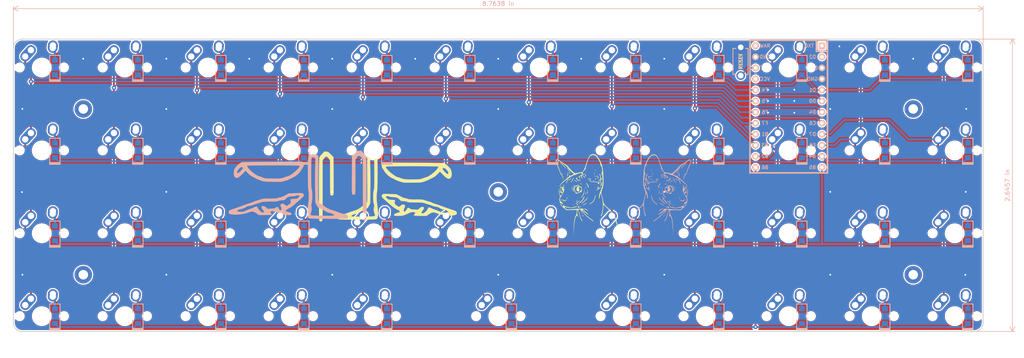
<source format=kicad_pcb>
(kicad_pcb (version 20171130) (host pcbnew "(5.1.9-10.11)")
  (layers (0 F.Cu signal) (31 B.Cu signal) (34 B.Paste user) (35 F.Paste user) (36 B.SilkS user) (37 F.SilkS user) (38 B.Mask user) (39 F.Mask user) (44 Edge.Cuts user))
  (net 0 "")
  (net 1 GND)
  (net 2 "Net-(D_SPACE1-Pad2)")
  (net 3 row3)
  (net 4 "Net-(D_&amp;DARR;1-Pad2)")
  (net 5 "Net-(D_&amp;DARR;2-Pad2)")
  (net 6 "Net-(D_&amp;LARR;1-Pad2)")
  (net 7 "Net-(D_&amp;RARR;1-Pad2)")
  (net 8 "Net-(D_&amp;UARR;1-Pad2)")
  (net 9 "Net-(D_&amp;UARR;2-Pad2)")
  (net 10 row1)
  (net 11 "Net-(D_A1-Pad2)")
  (net 12 "Net-(D_ALT1-Pad2)")
  (net 13 row2)
  (net 14 "Net-(D_B1-Pad2)")
  (net 15 row0)
  (net 16 "Net-(D_BACK1-Pad2)")
  (net 17 "Net-(D_C1-Pad2)")
  (net 18 "Net-(D_COMMA1-Pad2)")
  (net 19 "Net-(D_CTRL1-Pad2)")
  (net 20 "Net-(D_D1-Pad2)")
  (net 21 "Net-(D_DOT1-Pad2)")
  (net 22 "Net-(D_E1-Pad2)")
  (net 23 "Net-(D_ESC1-Pad2)")
  (net 24 "Net-(D_F1-Pad2)")
  (net 25 "Net-(D_G1-Pad2)")
  (net 26 "Net-(D_H1-Pad2)")
  (net 27 "Net-(D_I1-Pad2)")
  (net 28 "Net-(D_J1-Pad2)")
  (net 29 "Net-(D_K1-Pad2)")
  (net 30 "Net-(D_L1-Pad2)")
  (net 31 "Net-(D_M1-Pad2)")
  (net 32 "Net-(D_N1-Pad2)")
  (net 33 "Net-(D_O1-Pad2)")
  (net 34 "Net-(D_P1-Pad2)")
  (net 35 "Net-(D_Q1-Pad2)")
  (net 36 "Net-(D_QUOTE1-Pad2)")
  (net 37 "Net-(D_R1-Pad2)")
  (net 38 "Net-(D_RETURN1-Pad2)")
  (net 39 "Net-(D_S1-Pad2)")
  (net 40 "Net-(D_SEMIC1-Pad2)")
  (net 41 "Net-(D_SHIFT1-Pad2)")
  (net 42 "Net-(D_SLASH1-Pad2)")
  (net 43 "Net-(D_SPACE2-Pad2)")
  (net 44 "Net-(D_SUPER1-Pad2)")
  (net 45 "Net-(D_T1-Pad2)")
  (net 46 "Net-(D_TAB1-Pad2)")
  (net 47 "Net-(D_U1-Pad2)")
  (net 48 "Net-(D_V1-Pad2)")
  (net 49 "Net-(D_W1-Pad2)")
  (net 50 "Net-(D_X1-Pad2)")
  (net 51 "Net-(D_Y1-Pad2)")
  (net 52 "Net-(D_Z1-Pad2)")
  (net 53 col9)
  (net 54 col4)
  (net 55 col8)
  (net 56 col11)
  (net 57 col10)
  (net 58 col7)
  (net 59 col1)
  (net 60 col2)
  (net 61 col5)
  (net 62 col3)
  (net 63 col0)
  (net 64 col6)
  (net 65 "Net-(SW1-Pad1)")
  (module SofleLib:sobek-logo (layer B.Cu) (at 67.975 37.525 180)
    (fp_text reference LOGO4 hide)
    (fp_text value Logo_Open_Hardware_Small hide)
  )
  (module SofleLib:sphinx-logo (layer B.Cu) (at 149.25 47.6 180)
    (fp_text reference LOGO3 hide)
    (fp_text value Logo_Open_Hardware_Small hide)
  )
  (module SofleLib:sobek-logo (layer F.Cu) (at 89.225 37.725)
    (fp_text reference LOGO2 hide)
    (fp_text value Logo_Open_Hardware_Small hide)
  )
  (module SofleLib:sphinx-logo (layer F.Cu) (at 136.8 47.55)
    (fp_text reference LOGO1 hide)
    (fp_text value Logo_Open_Hardware_Small hide)
  )
  (module SofleLib:TACT_SWITCH_TVBP06 (layer F.Cu) (at 169.95 8.125 90)
    (fp_text reference SW1 hide)
    (fp_text value SW_Push hide)
    (fp_text user RESET (at 0 0 90) (layer B.SilkS) (effects (font (size 0.8 0.8)) (justify mirror)))
    (fp_text user RESET (at 0 0 -90) (layer F.SilkS) (effects (font (size 0.8 0.8))))
    (pad 2 thru_hole circle (at 3.25 0 90) (size 2 2) (drill 1.3) (layers *.Cu *.Mask) (net 1 GND))
    (pad 1 thru_hole circle (at -3.25 0 90) (size 2 2) (drill 1.3) (layers *.Cu *.Mask) (net 65 "Net-(SW1-Pad1)"))
  )
  (module SofleLib:M2_HOLE_PCB (layer F.Cu) (at 19.05 19.05)
    (fp_text reference H5 hide)
    (fp_text value MountingHole)
    (pad "" thru_hole circle (at 0 0) (size 4 4) (drill 2.2) (layers *.Cu *.Mask Dwgs.User))
  )
  (module SofleLib:M2_HOLE_PCB (layer F.Cu) (at 209.55 19.05)
    (fp_text reference H4 hide)
    (fp_text value MountingHole)
    (pad "" thru_hole circle (at 0 0) (size 4 4) (drill 2.2) (layers *.Cu *.Mask Dwgs.User))
  )
  (module SofleLib:M2_HOLE_PCB (layer F.Cu) (at 209.55 57.15)
    (fp_text reference H3 hide)
    (fp_text value MountingHole)
    (pad "" thru_hole circle (at 0 0) (size 4 4) (drill 2.2) (layers *.Cu *.Mask Dwgs.User))
  )
  (module SofleLib:M2_HOLE_PCB (layer F.Cu) (at 19.05 57.15)
    (fp_text reference H2 hide)
    (fp_text value MountingHole)
    (pad "" thru_hole circle (at 0 0) (size 4 4) (drill 2.2) (layers *.Cu *.Mask Dwgs.User))
  )
  (module SofleLib:M2_HOLE_PCB (layer F.Cu) (at 114.3 38.1)
    (fp_text reference H1 hide)
    (fp_text value MountingHole)
    (pad "" thru_hole circle (at 0 0) (size 4 4) (drill 2.2) (layers *.Cu *.Mask Dwgs.User))
  )
  (module SofleLib:ArduinoProMicro (layer B.Cu) (at 180.975 18.5 270)
    (fp_text reference U1 hide)
    (fp_text value ProMicro hide)
    (fp_text user TX0 (at -13.97 -4.699) (layer B.SilkS) (effects (font (size 0.8 0.8)) (justify mirror)))
    (fp_text user D2 (at -11.43 -5.461) (layer B.SilkS) (effects (font (size 0.8 0.8)) (justify mirror)))
    (fp_text user D0 (at -1.27 -5.461) (layer B.SilkS) (effects (font (size 0.8 0.8)) (justify mirror)))
    (fp_text user D1 (at -3.81 -5.461) (layer B.SilkS) (effects (font (size 0.8 0.8)) (justify mirror)))
    (fp_text user GND (at -6.35 -5.461) (layer B.SilkS) (effects (font (size 0.8 0.8)) (justify mirror)))
    (fp_text user GND (at -8.89 -5.461) (layer B.SilkS) (effects (font (size 0.8 0.8)) (justify mirror)))
    (fp_text user D4 (at 1.27 -5.461) (layer B.SilkS) (effects (font (size 0.8 0.8)) (justify mirror)))
    (fp_text user C6 (at 3.81 -5.461) (layer B.SilkS) (effects (font (size 0.8 0.8)) (justify mirror)))
    (fp_text user D7 (at 6.35 -5.461) (layer B.SilkS) (effects (font (size 0.8 0.8)) (justify mirror)))
    (fp_text user E6 (at 8.89 -5.461) (layer B.SilkS) (effects (font (size 0.8 0.8)) (justify mirror)))
    (fp_text user B4 (at 11.43 -5.461) (layer B.SilkS) (effects (font (size 0.8 0.8)) (justify mirror)))
    (fp_text user B5 (at 13.97 -5.461) (layer B.SilkS) (effects (font (size 0.8 0.8)) (justify mirror)))
    (fp_text user B6 (at 13.97 5.461) (layer B.SilkS) (effects (font (size 0.8 0.8)) (justify mirror)))
    (fp_text user B3 (at 8.89 5.461) (layer B.SilkS) (effects (font (size 0.8 0.8)) (justify mirror)))
    (fp_text user B1 (at 6.35 5.461) (layer B.SilkS) (effects (font (size 0.8 0.8)) (justify mirror)))
    (fp_text user F4 (at -3.81 5.461) (layer B.SilkS) (effects (font (size 0.8 0.8)) (justify mirror)))
    (fp_text user VCC (at -6.35 5.461) (layer B.SilkS) (effects (font (size 0.8 0.8)) (justify mirror)))
    (fp_text user RST (at -8.89 5.461) (layer B.SilkS) (effects (font (size 0.8 0.8)) (justify mirror)))
    (fp_text user GND (at -11.43 5.461) (layer B.SilkS) (effects (font (size 0.8 0.8)) (justify mirror)))
    (fp_text user RAW (at -13.97 5.461) (layer B.SilkS) (effects (font (size 0.8 0.8)) (justify mirror)))
    (fp_text user F5 (at -1.27 5.461) (layer B.SilkS) (effects (font (size 0.8 0.8)) (justify mirror)))
    (fp_text user F6 (at 1.27 5.461) (layer B.SilkS) (effects (font (size 0.8 0.8)) (justify mirror)))
    (fp_text user F7 (at 3.81 5.461) (layer B.SilkS) (effects (font (size 0.8 0.8)) (justify mirror)))
    (fp_text user B2 (at 11.43 5.461) (layer B.SilkS) (effects (font (size 0.8 0.8)) (justify mirror)))
    (pad 24 thru_hole circle (at -13.97 7.62 270) (size 1.51 1.51) (drill 0.85) (layers *.Cu *.SilkS *.Mask))
    (pad 12 thru_hole circle (at 13.97 -7.62 270) (size 1.51 1.51) (drill 0.85) (layers *.Cu *.SilkS *.Mask) (net 13 row2))
    (pad 23 thru_hole circle (at -11.43 7.62 270) (size 1.51 1.51) (drill 0.85) (layers *.Cu *.SilkS *.Mask) (net 1 GND))
    (pad 22 thru_hole circle (at -8.89 7.62 270) (size 1.51 1.51) (drill 0.85) (layers *.Cu *.SilkS *.Mask) (net 65 "Net-(SW1-Pad1)"))
    (pad 21 thru_hole circle (at -6.35 7.62 270) (size 1.51 1.51) (drill 0.85) (layers *.Cu *.SilkS *.Mask))
    (pad 20 thru_hole circle (at -3.81 7.62 270) (size 1.51 1.51) (drill 0.85) (layers *.Cu *.SilkS *.Mask) (net 63 col0))
    (pad 19 thru_hole circle (at -1.27 7.62 270) (size 1.51 1.51) (drill 0.85) (layers *.Cu *.SilkS *.Mask) (net 60 col2))
    (pad 18 thru_hole circle (at 1.27 7.62 270) (size 1.51 1.51) (drill 0.85) (layers *.Cu *.SilkS *.Mask) (net 54 col4))
    (pad 17 thru_hole circle (at 3.81 7.62 270) (size 1.51 1.51) (drill 0.85) (layers *.Cu *.SilkS *.Mask) (net 64 col6))
    (pad 16 thru_hole circle (at 6.35 7.62 270) (size 1.51 1.51) (drill 0.85) (layers *.Cu *.SilkS *.Mask) (net 58 col7))
    (pad 15 thru_hole circle (at 8.89 7.62 270) (size 1.51 1.51) (drill 0.85) (layers *.Cu *.SilkS *.Mask) (net 55 col8))
    (pad 14 thru_hole circle (at 11.43 7.62 270) (size 1.51 1.51) (drill 0.85) (layers *.Cu *.SilkS *.Mask) (net 53 col9))
    (pad 13 thru_hole circle (at 13.97 7.62 270) (size 1.51 1.51) (drill 0.85) (layers *.Cu *.SilkS *.Mask) (net 3 row3))
    (pad 11 thru_hole circle (at 11.43 -7.62 270) (size 1.51 1.51) (drill 0.85) (layers *.Cu *.SilkS *.Mask) (net 10 row1))
    (pad 10 thru_hole circle (at 8.89 -7.62 270) (size 1.51 1.51) (drill 0.85) (layers *.Cu *.SilkS *.Mask) (net 57 col10))
    (pad 9 thru_hole circle (at 6.35 -7.62 270) (size 1.51 1.51) (drill 0.85) (layers *.Cu *.SilkS *.Mask) (net 56 col11))
    (pad 8 thru_hole circle (at 3.81 -7.62 270) (size 1.51 1.51) (drill 0.85) (layers *.Cu *.SilkS *.Mask) (net 61 col5))
    (pad 7 thru_hole circle (at 1.27 -7.62 270) (size 1.51 1.51) (drill 0.85) (layers *.Cu *.SilkS *.Mask) (net 62 col3))
    (pad 6 thru_hole circle (at -1.27 -7.62 270) (size 1.51 1.51) (drill 0.85) (layers *.Cu *.SilkS *.Mask) (net 59 col1))
    (pad 5 thru_hole circle (at -3.81 -7.62 270) (size 1.51 1.51) (drill 0.85) (layers *.Cu *.SilkS *.Mask) (net 15 row0))
    (pad 4 thru_hole circle (at -6.35 -7.62 270) (size 1.51 1.51) (drill 0.85) (layers *.Cu *.SilkS *.Mask) (net 1 GND))
    (pad 3 thru_hole circle (at -8.89 -7.62 270) (size 1.51 1.51) (drill 0.85) (layers *.Cu *.SilkS *.Mask) (net 1 GND))
    (pad 2 thru_hole circle (at -11.43 -7.62 270) (size 1.51 1.51) (drill 0.85) (layers *.Cu *.SilkS *.Mask))
    (pad 1 thru_hole rect (at -13.97 -7.62 270) (size 1.51 1.51) (drill 0.85) (layers *.Cu *.SilkS *.Mask))
  )
  (module MX_ALPS_Hybrid:MX-1U-NoLED (layer F.Cu) (at 28.575 47.625)
    (fp_text reference K_Z1)
    (fp_text value KEYSW)
    (pad "" np_thru_hole circle (at 5.08 0 48.0996) (size 1.75 1.75) (drill 1.75) (layers *.Cu *.Mask))
    (pad "" np_thru_hole circle (at -5.08 0 48.0996) (size 1.75 1.75) (drill 1.75) (layers *.Cu *.Mask))
    (pad 1 thru_hole circle (at -2.5 -4) (size 2.25 2.25) (drill 1.47) (layers *.Cu B.Mask) (net 59 col1))
    (pad "" np_thru_hole circle (at 0 0) (size 3.9878 3.9878) (drill 3.9878) (layers *.Cu *.Mask))
    (pad 1 thru_hole oval (at -3.81 -2.54 48.0996) (size 4.211556 2.25) (drill 1.47 (offset 0.980778 0)) (layers *.Cu B.Mask) (net 59 col1))
    (pad 2 thru_hole circle (at 2.54 -5.08) (size 2.25 2.25) (drill 1.47) (layers *.Cu B.Mask) (net 52 "Net-(D_Z1-Pad2)"))
    (pad 2 thru_hole oval (at 2.5 -4.5 86.0548) (size 2.831378 2.25) (drill 1.47 (offset 0.290689 0)) (layers *.Cu B.Mask) (net 52 "Net-(D_Z1-Pad2)"))
  )
  (module MX_ALPS_Hybrid:MX-1U-NoLED (layer F.Cu) (at 123.825 9.525)
    (fp_text reference K_Y1)
    (fp_text value KEYSW)
    (pad "" np_thru_hole circle (at 5.08 0 48.0996) (size 1.75 1.75) (drill 1.75) (layers *.Cu *.Mask))
    (pad "" np_thru_hole circle (at -5.08 0 48.0996) (size 1.75 1.75) (drill 1.75) (layers *.Cu *.Mask))
    (pad 1 thru_hole circle (at -2.5 -4) (size 2.25 2.25) (drill 1.47) (layers *.Cu B.Mask) (net 64 col6))
    (pad "" np_thru_hole circle (at 0 0) (size 3.9878 3.9878) (drill 3.9878) (layers *.Cu *.Mask))
    (pad 1 thru_hole oval (at -3.81 -2.54 48.0996) (size 4.211556 2.25) (drill 1.47 (offset 0.980778 0)) (layers *.Cu B.Mask) (net 64 col6))
    (pad 2 thru_hole circle (at 2.54 -5.08) (size 2.25 2.25) (drill 1.47) (layers *.Cu B.Mask) (net 51 "Net-(D_Y1-Pad2)"))
    (pad 2 thru_hole oval (at 2.5 -4.5 86.0548) (size 2.831378 2.25) (drill 1.47 (offset 0.290689 0)) (layers *.Cu B.Mask) (net 51 "Net-(D_Y1-Pad2)"))
  )
  (module MX_ALPS_Hybrid:MX-1U-NoLED (layer F.Cu) (at 47.625 47.625)
    (fp_text reference K_X1)
    (fp_text value KEYSW)
    (pad "" np_thru_hole circle (at 5.08 0 48.0996) (size 1.75 1.75) (drill 1.75) (layers *.Cu *.Mask))
    (pad "" np_thru_hole circle (at -5.08 0 48.0996) (size 1.75 1.75) (drill 1.75) (layers *.Cu *.Mask))
    (pad 1 thru_hole circle (at -2.5 -4) (size 2.25 2.25) (drill 1.47) (layers *.Cu B.Mask) (net 60 col2))
    (pad "" np_thru_hole circle (at 0 0) (size 3.9878 3.9878) (drill 3.9878) (layers *.Cu *.Mask))
    (pad 1 thru_hole oval (at -3.81 -2.54 48.0996) (size 4.211556 2.25) (drill 1.47 (offset 0.980778 0)) (layers *.Cu B.Mask) (net 60 col2))
    (pad 2 thru_hole circle (at 2.54 -5.08) (size 2.25 2.25) (drill 1.47) (layers *.Cu B.Mask) (net 50 "Net-(D_X1-Pad2)"))
    (pad 2 thru_hole oval (at 2.5 -4.5 86.0548) (size 2.831378 2.25) (drill 1.47 (offset 0.290689 0)) (layers *.Cu B.Mask) (net 50 "Net-(D_X1-Pad2)"))
  )
  (module MX_ALPS_Hybrid:MX-1U-NoLED (layer F.Cu) (at 47.625 9.525)
    (fp_text reference K_W1)
    (fp_text value KEYSW)
    (pad "" np_thru_hole circle (at 5.08 0 48.0996) (size 1.75 1.75) (drill 1.75) (layers *.Cu *.Mask))
    (pad "" np_thru_hole circle (at -5.08 0 48.0996) (size 1.75 1.75) (drill 1.75) (layers *.Cu *.Mask))
    (pad 1 thru_hole circle (at -2.5 -4) (size 2.25 2.25) (drill 1.47) (layers *.Cu B.Mask) (net 60 col2))
    (pad "" np_thru_hole circle (at 0 0) (size 3.9878 3.9878) (drill 3.9878) (layers *.Cu *.Mask))
    (pad 1 thru_hole oval (at -3.81 -2.54 48.0996) (size 4.211556 2.25) (drill 1.47 (offset 0.980778 0)) (layers *.Cu B.Mask) (net 60 col2))
    (pad 2 thru_hole circle (at 2.54 -5.08) (size 2.25 2.25) (drill 1.47) (layers *.Cu B.Mask) (net 49 "Net-(D_W1-Pad2)"))
    (pad 2 thru_hole oval (at 2.5 -4.5 86.0548) (size 2.831378 2.25) (drill 1.47 (offset 0.290689 0)) (layers *.Cu B.Mask) (net 49 "Net-(D_W1-Pad2)"))
  )
  (module MX_ALPS_Hybrid:MX-1U-NoLED (layer F.Cu) (at 85.725 47.625)
    (fp_text reference K_V1)
    (fp_text value KEYSW)
    (pad "" np_thru_hole circle (at 5.08 0 48.0996) (size 1.75 1.75) (drill 1.75) (layers *.Cu *.Mask))
    (pad "" np_thru_hole circle (at -5.08 0 48.0996) (size 1.75 1.75) (drill 1.75) (layers *.Cu *.Mask))
    (pad 1 thru_hole circle (at -2.5 -4) (size 2.25 2.25) (drill 1.47) (layers *.Cu B.Mask) (net 54 col4))
    (pad "" np_thru_hole circle (at 0 0) (size 3.9878 3.9878) (drill 3.9878) (layers *.Cu *.Mask))
    (pad 1 thru_hole oval (at -3.81 -2.54 48.0996) (size 4.211556 2.25) (drill 1.47 (offset 0.980778 0)) (layers *.Cu B.Mask) (net 54 col4))
    (pad 2 thru_hole circle (at 2.54 -5.08) (size 2.25 2.25) (drill 1.47) (layers *.Cu B.Mask) (net 48 "Net-(D_V1-Pad2)"))
    (pad 2 thru_hole oval (at 2.5 -4.5 86.0548) (size 2.831378 2.25) (drill 1.47 (offset 0.290689 0)) (layers *.Cu B.Mask) (net 48 "Net-(D_V1-Pad2)"))
  )
  (module MX_ALPS_Hybrid:MX-1U-NoLED (layer F.Cu) (at 142.875 9.525)
    (fp_text reference K_U1)
    (fp_text value KEYSW)
    (pad "" np_thru_hole circle (at 5.08 0 48.0996) (size 1.75 1.75) (drill 1.75) (layers *.Cu *.Mask))
    (pad "" np_thru_hole circle (at -5.08 0 48.0996) (size 1.75 1.75) (drill 1.75) (layers *.Cu *.Mask))
    (pad 1 thru_hole circle (at -2.5 -4) (size 2.25 2.25) (drill 1.47) (layers *.Cu B.Mask) (net 58 col7))
    (pad "" np_thru_hole circle (at 0 0) (size 3.9878 3.9878) (drill 3.9878) (layers *.Cu *.Mask))
    (pad 1 thru_hole oval (at -3.81 -2.54 48.0996) (size 4.211556 2.25) (drill 1.47 (offset 0.980778 0)) (layers *.Cu B.Mask) (net 58 col7))
    (pad 2 thru_hole circle (at 2.54 -5.08) (size 2.25 2.25) (drill 1.47) (layers *.Cu B.Mask) (net 47 "Net-(D_U1-Pad2)"))
    (pad 2 thru_hole oval (at 2.5 -4.5 86.0548) (size 2.831378 2.25) (drill 1.47 (offset 0.290689 0)) (layers *.Cu B.Mask) (net 47 "Net-(D_U1-Pad2)"))
  )
  (module MX_ALPS_Hybrid:MX-1U-NoLED (layer F.Cu) (at 9.525 9.525)
    (fp_text reference K_TAB1)
    (fp_text value KEYSW)
    (pad "" np_thru_hole circle (at 5.08 0 48.0996) (size 1.75 1.75) (drill 1.75) (layers *.Cu *.Mask))
    (pad "" np_thru_hole circle (at -5.08 0 48.0996) (size 1.75 1.75) (drill 1.75) (layers *.Cu *.Mask))
    (pad 1 thru_hole circle (at -2.5 -4) (size 2.25 2.25) (drill 1.47) (layers *.Cu B.Mask) (net 63 col0))
    (pad "" np_thru_hole circle (at 0 0) (size 3.9878 3.9878) (drill 3.9878) (layers *.Cu *.Mask))
    (pad 1 thru_hole oval (at -3.81 -2.54 48.0996) (size 4.211556 2.25) (drill 1.47 (offset 0.980778 0)) (layers *.Cu B.Mask) (net 63 col0))
    (pad 2 thru_hole circle (at 2.54 -5.08) (size 2.25 2.25) (drill 1.47) (layers *.Cu B.Mask) (net 46 "Net-(D_TAB1-Pad2)"))
    (pad 2 thru_hole oval (at 2.5 -4.5 86.0548) (size 2.831378 2.25) (drill 1.47 (offset 0.290689 0)) (layers *.Cu B.Mask) (net 46 "Net-(D_TAB1-Pad2)"))
  )
  (module MX_ALPS_Hybrid:MX-1U-NoLED (layer F.Cu) (at 104.775 9.525)
    (fp_text reference K_T1)
    (fp_text value KEYSW)
    (pad "" np_thru_hole circle (at 5.08 0 48.0996) (size 1.75 1.75) (drill 1.75) (layers *.Cu *.Mask))
    (pad "" np_thru_hole circle (at -5.08 0 48.0996) (size 1.75 1.75) (drill 1.75) (layers *.Cu *.Mask))
    (pad 1 thru_hole circle (at -2.5 -4) (size 2.25 2.25) (drill 1.47) (layers *.Cu B.Mask) (net 61 col5))
    (pad "" np_thru_hole circle (at 0 0) (size 3.9878 3.9878) (drill 3.9878) (layers *.Cu *.Mask))
    (pad 1 thru_hole oval (at -3.81 -2.54 48.0996) (size 4.211556 2.25) (drill 1.47 (offset 0.980778 0)) (layers *.Cu B.Mask) (net 61 col5))
    (pad 2 thru_hole circle (at 2.54 -5.08) (size 2.25 2.25) (drill 1.47) (layers *.Cu B.Mask) (net 45 "Net-(D_T1-Pad2)"))
    (pad 2 thru_hole oval (at 2.5 -4.5 86.0548) (size 2.831378 2.25) (drill 1.47 (offset 0.290689 0)) (layers *.Cu B.Mask) (net 45 "Net-(D_T1-Pad2)"))
  )
  (module MX_ALPS_Hybrid:MX-1U-NoLED (layer F.Cu) (at 66.675 66.675)
    (fp_text reference K_SUPER1)
    (fp_text value KEYSW)
    (pad "" np_thru_hole circle (at 5.08 0 48.0996) (size 1.75 1.75) (drill 1.75) (layers *.Cu *.Mask))
    (pad "" np_thru_hole circle (at -5.08 0 48.0996) (size 1.75 1.75) (drill 1.75) (layers *.Cu *.Mask))
    (pad 1 thru_hole circle (at -2.5 -4) (size 2.25 2.25) (drill 1.47) (layers *.Cu B.Mask) (net 62 col3))
    (pad "" np_thru_hole circle (at 0 0) (size 3.9878 3.9878) (drill 3.9878) (layers *.Cu *.Mask))
    (pad 1 thru_hole oval (at -3.81 -2.54 48.0996) (size 4.211556 2.25) (drill 1.47 (offset 0.980778 0)) (layers *.Cu B.Mask) (net 62 col3))
    (pad 2 thru_hole circle (at 2.54 -5.08) (size 2.25 2.25) (drill 1.47) (layers *.Cu B.Mask) (net 44 "Net-(D_SUPER1-Pad2)"))
    (pad 2 thru_hole oval (at 2.5 -4.5 86.0548) (size 2.831378 2.25) (drill 1.47 (offset 0.290689 0)) (layers *.Cu B.Mask) (net 44 "Net-(D_SUPER1-Pad2)"))
  )
  (module MX_ALPS_Hybrid:MX-1U-NoLED (layer F.Cu) (at 9.525 66.675)
    (fp_text reference K_SPACE2)
    (fp_text value KEYSW)
    (pad "" np_thru_hole circle (at 5.08 0 48.0996) (size 1.75 1.75) (drill 1.75) (layers *.Cu *.Mask))
    (pad "" np_thru_hole circle (at -5.08 0 48.0996) (size 1.75 1.75) (drill 1.75) (layers *.Cu *.Mask))
    (pad 1 thru_hole circle (at -2.5 -4) (size 2.25 2.25) (drill 1.47) (layers *.Cu B.Mask) (net 63 col0))
    (pad "" np_thru_hole circle (at 0 0) (size 3.9878 3.9878) (drill 3.9878) (layers *.Cu *.Mask))
    (pad 1 thru_hole oval (at -3.81 -2.54 48.0996) (size 4.211556 2.25) (drill 1.47 (offset 0.980778 0)) (layers *.Cu B.Mask) (net 63 col0))
    (pad 2 thru_hole circle (at 2.54 -5.08) (size 2.25 2.25) (drill 1.47) (layers *.Cu B.Mask) (net 43 "Net-(D_SPACE2-Pad2)"))
    (pad 2 thru_hole oval (at 2.5 -4.5 86.0548) (size 2.831378 2.25) (drill 1.47 (offset 0.290689 0)) (layers *.Cu B.Mask) (net 43 "Net-(D_SPACE2-Pad2)"))
  )
  (module MX_ALPS_Hybrid:MX-1U-NoLED (layer F.Cu) (at 114.3 66.675)
    (fp_text reference K_SPACE1)
    (fp_text value KEYSW)
    (pad "" np_thru_hole circle (at 5.08 0 48.0996) (size 1.75 1.75) (drill 1.75) (layers *.Cu *.Mask))
    (pad "" np_thru_hole circle (at -5.08 0 48.0996) (size 1.75 1.75) (drill 1.75) (layers *.Cu *.Mask))
    (pad 1 thru_hole circle (at -2.5 -4) (size 2.25 2.25) (drill 1.47) (layers *.Cu B.Mask) (net 61 col5))
    (pad "" np_thru_hole circle (at 0 0) (size 3.9878 3.9878) (drill 3.9878) (layers *.Cu *.Mask))
    (pad 1 thru_hole oval (at -3.81 -2.54 48.0996) (size 4.211556 2.25) (drill 1.47 (offset 0.980778 0)) (layers *.Cu B.Mask) (net 61 col5))
    (pad 2 thru_hole circle (at 2.54 -5.08) (size 2.25 2.25) (drill 1.47) (layers *.Cu B.Mask) (net 2 "Net-(D_SPACE1-Pad2)"))
    (pad 2 thru_hole oval (at 2.5 -4.5 86.0548) (size 2.831378 2.25) (drill 1.47 (offset 0.290689 0)) (layers *.Cu B.Mask) (net 2 "Net-(D_SPACE1-Pad2)"))
  )
  (module MX_ALPS_Hybrid:MX-1U-NoLED (layer F.Cu) (at 200.025 47.625)
    (fp_text reference K_SLASH1)
    (fp_text value KEYSW)
    (pad "" np_thru_hole circle (at 5.08 0 48.0996) (size 1.75 1.75) (drill 1.75) (layers *.Cu *.Mask))
    (pad "" np_thru_hole circle (at -5.08 0 48.0996) (size 1.75 1.75) (drill 1.75) (layers *.Cu *.Mask))
    (pad 1 thru_hole circle (at -2.5 -4) (size 2.25 2.25) (drill 1.47) (layers *.Cu B.Mask) (net 57 col10))
    (pad "" np_thru_hole circle (at 0 0) (size 3.9878 3.9878) (drill 3.9878) (layers *.Cu *.Mask))
    (pad 1 thru_hole oval (at -3.81 -2.54 48.0996) (size 4.211556 2.25) (drill 1.47 (offset 0.980778 0)) (layers *.Cu B.Mask) (net 57 col10))
    (pad 2 thru_hole circle (at 2.54 -5.08) (size 2.25 2.25) (drill 1.47) (layers *.Cu B.Mask) (net 42 "Net-(D_SLASH1-Pad2)"))
    (pad 2 thru_hole oval (at 2.5 -4.5 86.0548) (size 2.831378 2.25) (drill 1.47 (offset 0.290689 0)) (layers *.Cu B.Mask) (net 42 "Net-(D_SLASH1-Pad2)"))
  )
  (module MX_ALPS_Hybrid:MX-1U-NoLED (layer F.Cu) (at 9.525 47.625)
    (fp_text reference K_SHIFT1)
    (fp_text value KEYSW)
    (pad "" np_thru_hole circle (at 5.08 0 48.0996) (size 1.75 1.75) (drill 1.75) (layers *.Cu *.Mask))
    (pad "" np_thru_hole circle (at -5.08 0 48.0996) (size 1.75 1.75) (drill 1.75) (layers *.Cu *.Mask))
    (pad 1 thru_hole circle (at -2.5 -4) (size 2.25 2.25) (drill 1.47) (layers *.Cu B.Mask) (net 63 col0))
    (pad "" np_thru_hole circle (at 0 0) (size 3.9878 3.9878) (drill 3.9878) (layers *.Cu *.Mask))
    (pad 1 thru_hole oval (at -3.81 -2.54 48.0996) (size 4.211556 2.25) (drill 1.47 (offset 0.980778 0)) (layers *.Cu B.Mask) (net 63 col0))
    (pad 2 thru_hole circle (at 2.54 -5.08) (size 2.25 2.25) (drill 1.47) (layers *.Cu B.Mask) (net 41 "Net-(D_SHIFT1-Pad2)"))
    (pad 2 thru_hole oval (at 2.5 -4.5 86.0548) (size 2.831378 2.25) (drill 1.47 (offset 0.290689 0)) (layers *.Cu B.Mask) (net 41 "Net-(D_SHIFT1-Pad2)"))
  )
  (module MX_ALPS_Hybrid:MX-1U-NoLED (layer F.Cu) (at 200.025 28.575)
    (fp_text reference K_SEMIC1)
    (fp_text value KEYSW)
    (pad "" np_thru_hole circle (at 5.08 0 48.0996) (size 1.75 1.75) (drill 1.75) (layers *.Cu *.Mask))
    (pad "" np_thru_hole circle (at -5.08 0 48.0996) (size 1.75 1.75) (drill 1.75) (layers *.Cu *.Mask))
    (pad 1 thru_hole circle (at -2.5 -4) (size 2.25 2.25) (drill 1.47) (layers *.Cu B.Mask) (net 57 col10))
    (pad "" np_thru_hole circle (at 0 0) (size 3.9878 3.9878) (drill 3.9878) (layers *.Cu *.Mask))
    (pad 1 thru_hole oval (at -3.81 -2.54 48.0996) (size 4.211556 2.25) (drill 1.47 (offset 0.980778 0)) (layers *.Cu B.Mask) (net 57 col10))
    (pad 2 thru_hole circle (at 2.54 -5.08) (size 2.25 2.25) (drill 1.47) (layers *.Cu B.Mask) (net 40 "Net-(D_SEMIC1-Pad2)"))
    (pad 2 thru_hole oval (at 2.5 -4.5 86.0548) (size 2.831378 2.25) (drill 1.47 (offset 0.290689 0)) (layers *.Cu B.Mask) (net 40 "Net-(D_SEMIC1-Pad2)"))
  )
  (module MX_ALPS_Hybrid:MX-1U-NoLED (layer F.Cu) (at 47.625 28.575)
    (fp_text reference K_S1)
    (fp_text value KEYSW)
    (pad "" np_thru_hole circle (at 5.08 0 48.0996) (size 1.75 1.75) (drill 1.75) (layers *.Cu *.Mask))
    (pad "" np_thru_hole circle (at -5.08 0 48.0996) (size 1.75 1.75) (drill 1.75) (layers *.Cu *.Mask))
    (pad 1 thru_hole circle (at -2.5 -4) (size 2.25 2.25) (drill 1.47) (layers *.Cu B.Mask) (net 60 col2))
    (pad "" np_thru_hole circle (at 0 0) (size 3.9878 3.9878) (drill 3.9878) (layers *.Cu *.Mask))
    (pad 1 thru_hole oval (at -3.81 -2.54 48.0996) (size 4.211556 2.25) (drill 1.47 (offset 0.980778 0)) (layers *.Cu B.Mask) (net 60 col2))
    (pad 2 thru_hole circle (at 2.54 -5.08) (size 2.25 2.25) (drill 1.47) (layers *.Cu B.Mask) (net 39 "Net-(D_S1-Pad2)"))
    (pad 2 thru_hole oval (at 2.5 -4.5 86.0548) (size 2.831378 2.25) (drill 1.47 (offset 0.290689 0)) (layers *.Cu B.Mask) (net 39 "Net-(D_S1-Pad2)"))
  )
  (module MX_ALPS_Hybrid:MX-1U-NoLED (layer F.Cu) (at 219.075 47.625)
    (fp_text reference K_RETURN1)
    (fp_text value KEYSW)
    (pad "" np_thru_hole circle (at 5.08 0 48.0996) (size 1.75 1.75) (drill 1.75) (layers *.Cu *.Mask))
    (pad "" np_thru_hole circle (at -5.08 0 48.0996) (size 1.75 1.75) (drill 1.75) (layers *.Cu *.Mask))
    (pad 1 thru_hole circle (at -2.5 -4) (size 2.25 2.25) (drill 1.47) (layers *.Cu B.Mask) (net 56 col11))
    (pad "" np_thru_hole circle (at 0 0) (size 3.9878 3.9878) (drill 3.9878) (layers *.Cu *.Mask))
    (pad 1 thru_hole oval (at -3.81 -2.54 48.0996) (size 4.211556 2.25) (drill 1.47 (offset 0.980778 0)) (layers *.Cu B.Mask) (net 56 col11))
    (pad 2 thru_hole circle (at 2.54 -5.08) (size 2.25 2.25) (drill 1.47) (layers *.Cu B.Mask) (net 38 "Net-(D_RETURN1-Pad2)"))
    (pad 2 thru_hole oval (at 2.5 -4.5 86.0548) (size 2.831378 2.25) (drill 1.47 (offset 0.290689 0)) (layers *.Cu B.Mask) (net 38 "Net-(D_RETURN1-Pad2)"))
  )
  (module MX_ALPS_Hybrid:MX-1U-NoLED (layer F.Cu) (at 85.725 9.525)
    (fp_text reference K_R1)
    (fp_text value KEYSW)
    (pad "" np_thru_hole circle (at 5.08 0 48.0996) (size 1.75 1.75) (drill 1.75) (layers *.Cu *.Mask))
    (pad "" np_thru_hole circle (at -5.08 0 48.0996) (size 1.75 1.75) (drill 1.75) (layers *.Cu *.Mask))
    (pad 1 thru_hole circle (at -2.5 -4) (size 2.25 2.25) (drill 1.47) (layers *.Cu B.Mask) (net 54 col4))
    (pad "" np_thru_hole circle (at 0 0) (size 3.9878 3.9878) (drill 3.9878) (layers *.Cu *.Mask))
    (pad 1 thru_hole oval (at -3.81 -2.54 48.0996) (size 4.211556 2.25) (drill 1.47 (offset 0.980778 0)) (layers *.Cu B.Mask) (net 54 col4))
    (pad 2 thru_hole circle (at 2.54 -5.08) (size 2.25 2.25) (drill 1.47) (layers *.Cu B.Mask) (net 37 "Net-(D_R1-Pad2)"))
    (pad 2 thru_hole oval (at 2.5 -4.5 86.0548) (size 2.831378 2.25) (drill 1.47 (offset 0.290689 0)) (layers *.Cu B.Mask) (net 37 "Net-(D_R1-Pad2)"))
  )
  (module MX_ALPS_Hybrid:MX-1U-NoLED (layer F.Cu) (at 219.075 28.575)
    (fp_text reference K_QUOTE1)
    (fp_text value KEYSW)
    (pad "" np_thru_hole circle (at 5.08 0 48.0996) (size 1.75 1.75) (drill 1.75) (layers *.Cu *.Mask))
    (pad "" np_thru_hole circle (at -5.08 0 48.0996) (size 1.75 1.75) (drill 1.75) (layers *.Cu *.Mask))
    (pad 1 thru_hole circle (at -2.5 -4) (size 2.25 2.25) (drill 1.47) (layers *.Cu B.Mask) (net 56 col11))
    (pad "" np_thru_hole circle (at 0 0) (size 3.9878 3.9878) (drill 3.9878) (layers *.Cu *.Mask))
    (pad 1 thru_hole oval (at -3.81 -2.54 48.0996) (size 4.211556 2.25) (drill 1.47 (offset 0.980778 0)) (layers *.Cu B.Mask) (net 56 col11))
    (pad 2 thru_hole circle (at 2.54 -5.08) (size 2.25 2.25) (drill 1.47) (layers *.Cu B.Mask) (net 36 "Net-(D_QUOTE1-Pad2)"))
    (pad 2 thru_hole oval (at 2.5 -4.5 86.0548) (size 2.831378 2.25) (drill 1.47 (offset 0.290689 0)) (layers *.Cu B.Mask) (net 36 "Net-(D_QUOTE1-Pad2)"))
  )
  (module MX_ALPS_Hybrid:MX-1U-NoLED (layer F.Cu) (at 28.575 9.525)
    (fp_text reference K_Q1)
    (fp_text value KEYSW)
    (pad "" np_thru_hole circle (at 5.08 0 48.0996) (size 1.75 1.75) (drill 1.75) (layers *.Cu *.Mask))
    (pad "" np_thru_hole circle (at -5.08 0 48.0996) (size 1.75 1.75) (drill 1.75) (layers *.Cu *.Mask))
    (pad 1 thru_hole circle (at -2.5 -4) (size 2.25 2.25) (drill 1.47) (layers *.Cu B.Mask) (net 59 col1))
    (pad "" np_thru_hole circle (at 0 0) (size 3.9878 3.9878) (drill 3.9878) (layers *.Cu *.Mask))
    (pad 1 thru_hole oval (at -3.81 -2.54 48.0996) (size 4.211556 2.25) (drill 1.47 (offset 0.980778 0)) (layers *.Cu B.Mask) (net 59 col1))
    (pad 2 thru_hole circle (at 2.54 -5.08) (size 2.25 2.25) (drill 1.47) (layers *.Cu B.Mask) (net 35 "Net-(D_Q1-Pad2)"))
    (pad 2 thru_hole oval (at 2.5 -4.5 86.0548) (size 2.831378 2.25) (drill 1.47 (offset 0.290689 0)) (layers *.Cu B.Mask) (net 35 "Net-(D_Q1-Pad2)"))
  )
  (module MX_ALPS_Hybrid:MX-1U-NoLED (layer F.Cu) (at 200.025 9.525)
    (fp_text reference K_P1)
    (fp_text value KEYSW)
    (pad "" np_thru_hole circle (at 5.08 0 48.0996) (size 1.75 1.75) (drill 1.75) (layers *.Cu *.Mask))
    (pad "" np_thru_hole circle (at -5.08 0 48.0996) (size 1.75 1.75) (drill 1.75) (layers *.Cu *.Mask))
    (pad 1 thru_hole circle (at -2.5 -4) (size 2.25 2.25) (drill 1.47) (layers *.Cu B.Mask) (net 57 col10))
    (pad "" np_thru_hole circle (at 0 0) (size 3.9878 3.9878) (drill 3.9878) (layers *.Cu *.Mask))
    (pad 1 thru_hole oval (at -3.81 -2.54 48.0996) (size 4.211556 2.25) (drill 1.47 (offset 0.980778 0)) (layers *.Cu B.Mask) (net 57 col10))
    (pad 2 thru_hole circle (at 2.54 -5.08) (size 2.25 2.25) (drill 1.47) (layers *.Cu B.Mask) (net 34 "Net-(D_P1-Pad2)"))
    (pad 2 thru_hole oval (at 2.5 -4.5 86.0548) (size 2.831378 2.25) (drill 1.47 (offset 0.290689 0)) (layers *.Cu B.Mask) (net 34 "Net-(D_P1-Pad2)"))
  )
  (module MX_ALPS_Hybrid:MX-1U-NoLED (layer F.Cu) (at 180.975 9.525)
    (fp_text reference K_O1)
    (fp_text value KEYSW)
    (pad "" np_thru_hole circle (at 5.08 0 48.0996) (size 1.75 1.75) (drill 1.75) (layers *.Cu *.Mask))
    (pad "" np_thru_hole circle (at -5.08 0 48.0996) (size 1.75 1.75) (drill 1.75) (layers *.Cu *.Mask))
    (pad 1 thru_hole circle (at -2.5 -4) (size 2.25 2.25) (drill 1.47) (layers *.Cu B.Mask) (net 53 col9))
    (pad "" np_thru_hole circle (at 0 0) (size 3.9878 3.9878) (drill 3.9878) (layers *.Cu *.Mask))
    (pad 1 thru_hole oval (at -3.81 -2.54 48.0996) (size 4.211556 2.25) (drill 1.47 (offset 0.980778 0)) (layers *.Cu B.Mask) (net 53 col9))
    (pad 2 thru_hole circle (at 2.54 -5.08) (size 2.25 2.25) (drill 1.47) (layers *.Cu B.Mask) (net 33 "Net-(D_O1-Pad2)"))
    (pad 2 thru_hole oval (at 2.5 -4.5 86.0548) (size 2.831378 2.25) (drill 1.47 (offset 0.290689 0)) (layers *.Cu B.Mask) (net 33 "Net-(D_O1-Pad2)"))
  )
  (module MX_ALPS_Hybrid:MX-1U-NoLED (layer F.Cu) (at 123.825 47.625)
    (fp_text reference K_N1)
    (fp_text value KEYSW)
    (pad "" np_thru_hole circle (at 5.08 0 48.0996) (size 1.75 1.75) (drill 1.75) (layers *.Cu *.Mask))
    (pad "" np_thru_hole circle (at -5.08 0 48.0996) (size 1.75 1.75) (drill 1.75) (layers *.Cu *.Mask))
    (pad 1 thru_hole circle (at -2.5 -4) (size 2.25 2.25) (drill 1.47) (layers *.Cu B.Mask) (net 64 col6))
    (pad "" np_thru_hole circle (at 0 0) (size 3.9878 3.9878) (drill 3.9878) (layers *.Cu *.Mask))
    (pad 1 thru_hole oval (at -3.81 -2.54 48.0996) (size 4.211556 2.25) (drill 1.47 (offset 0.980778 0)) (layers *.Cu B.Mask) (net 64 col6))
    (pad 2 thru_hole circle (at 2.54 -5.08) (size 2.25 2.25) (drill 1.47) (layers *.Cu B.Mask) (net 32 "Net-(D_N1-Pad2)"))
    (pad 2 thru_hole oval (at 2.5 -4.5 86.0548) (size 2.831378 2.25) (drill 1.47 (offset 0.290689 0)) (layers *.Cu B.Mask) (net 32 "Net-(D_N1-Pad2)"))
  )
  (module MX_ALPS_Hybrid:MX-1U-NoLED (layer F.Cu) (at 142.875 47.625)
    (fp_text reference K_M1)
    (fp_text value KEYSW)
    (pad "" np_thru_hole circle (at 5.08 0 48.0996) (size 1.75 1.75) (drill 1.75) (layers *.Cu *.Mask))
    (pad "" np_thru_hole circle (at -5.08 0 48.0996) (size 1.75 1.75) (drill 1.75) (layers *.Cu *.Mask))
    (pad 1 thru_hole circle (at -2.5 -4) (size 2.25 2.25) (drill 1.47) (layers *.Cu B.Mask) (net 58 col7))
    (pad "" np_thru_hole circle (at 0 0) (size 3.9878 3.9878) (drill 3.9878) (layers *.Cu *.Mask))
    (pad 1 thru_hole oval (at -3.81 -2.54 48.0996) (size 4.211556 2.25) (drill 1.47 (offset 0.980778 0)) (layers *.Cu B.Mask) (net 58 col7))
    (pad 2 thru_hole circle (at 2.54 -5.08) (size 2.25 2.25) (drill 1.47) (layers *.Cu B.Mask) (net 31 "Net-(D_M1-Pad2)"))
    (pad 2 thru_hole oval (at 2.5 -4.5 86.0548) (size 2.831378 2.25) (drill 1.47 (offset 0.290689 0)) (layers *.Cu B.Mask) (net 31 "Net-(D_M1-Pad2)"))
  )
  (module MX_ALPS_Hybrid:MX-1U-NoLED (layer F.Cu) (at 180.975 28.575)
    (fp_text reference K_L1)
    (fp_text value KEYSW)
    (pad "" np_thru_hole circle (at 5.08 0 48.0996) (size 1.75 1.75) (drill 1.75) (layers *.Cu *.Mask))
    (pad "" np_thru_hole circle (at -5.08 0 48.0996) (size 1.75 1.75) (drill 1.75) (layers *.Cu *.Mask))
    (pad 1 thru_hole circle (at -2.5 -4) (size 2.25 2.25) (drill 1.47) (layers *.Cu B.Mask) (net 53 col9))
    (pad "" np_thru_hole circle (at 0 0) (size 3.9878 3.9878) (drill 3.9878) (layers *.Cu *.Mask))
    (pad 1 thru_hole oval (at -3.81 -2.54 48.0996) (size 4.211556 2.25) (drill 1.47 (offset 0.980778 0)) (layers *.Cu B.Mask) (net 53 col9))
    (pad 2 thru_hole circle (at 2.54 -5.08) (size 2.25 2.25) (drill 1.47) (layers *.Cu B.Mask) (net 30 "Net-(D_L1-Pad2)"))
    (pad 2 thru_hole oval (at 2.5 -4.5 86.0548) (size 2.831378 2.25) (drill 1.47 (offset 0.290689 0)) (layers *.Cu B.Mask) (net 30 "Net-(D_L1-Pad2)"))
  )
  (module MX_ALPS_Hybrid:MX-1U-NoLED (layer F.Cu) (at 161.925 28.575)
    (fp_text reference K_K1)
    (fp_text value KEYSW)
    (pad "" np_thru_hole circle (at 5.08 0 48.0996) (size 1.75 1.75) (drill 1.75) (layers *.Cu *.Mask))
    (pad "" np_thru_hole circle (at -5.08 0 48.0996) (size 1.75 1.75) (drill 1.75) (layers *.Cu *.Mask))
    (pad 1 thru_hole circle (at -2.5 -4) (size 2.25 2.25) (drill 1.47) (layers *.Cu B.Mask) (net 55 col8))
    (pad "" np_thru_hole circle (at 0 0) (size 3.9878 3.9878) (drill 3.9878) (layers *.Cu *.Mask))
    (pad 1 thru_hole oval (at -3.81 -2.54 48.0996) (size 4.211556 2.25) (drill 1.47 (offset 0.980778 0)) (layers *.Cu B.Mask) (net 55 col8))
    (pad 2 thru_hole circle (at 2.54 -5.08) (size 2.25 2.25) (drill 1.47) (layers *.Cu B.Mask) (net 29 "Net-(D_K1-Pad2)"))
    (pad 2 thru_hole oval (at 2.5 -4.5 86.0548) (size 2.831378 2.25) (drill 1.47 (offset 0.290689 0)) (layers *.Cu B.Mask) (net 29 "Net-(D_K1-Pad2)"))
  )
  (module MX_ALPS_Hybrid:MX-1U-NoLED (layer F.Cu) (at 142.875 28.575)
    (fp_text reference K_J1)
    (fp_text value KEYSW)
    (pad "" np_thru_hole circle (at 5.08 0 48.0996) (size 1.75 1.75) (drill 1.75) (layers *.Cu *.Mask))
    (pad "" np_thru_hole circle (at -5.08 0 48.0996) (size 1.75 1.75) (drill 1.75) (layers *.Cu *.Mask))
    (pad 1 thru_hole circle (at -2.5 -4) (size 2.25 2.25) (drill 1.47) (layers *.Cu B.Mask) (net 58 col7))
    (pad "" np_thru_hole circle (at 0 0) (size 3.9878 3.9878) (drill 3.9878) (layers *.Cu *.Mask))
    (pad 1 thru_hole oval (at -3.81 -2.54 48.0996) (size 4.211556 2.25) (drill 1.47 (offset 0.980778 0)) (layers *.Cu B.Mask) (net 58 col7))
    (pad 2 thru_hole circle (at 2.54 -5.08) (size 2.25 2.25) (drill 1.47) (layers *.Cu B.Mask) (net 28 "Net-(D_J1-Pad2)"))
    (pad 2 thru_hole oval (at 2.5 -4.5 86.0548) (size 2.831378 2.25) (drill 1.47 (offset 0.290689 0)) (layers *.Cu B.Mask) (net 28 "Net-(D_J1-Pad2)"))
  )
  (module MX_ALPS_Hybrid:MX-1U-NoLED (layer F.Cu) (at 161.925 9.525)
    (fp_text reference K_I1)
    (fp_text value KEYSW)
    (pad "" np_thru_hole circle (at 5.08 0 48.0996) (size 1.75 1.75) (drill 1.75) (layers *.Cu *.Mask))
    (pad "" np_thru_hole circle (at -5.08 0 48.0996) (size 1.75 1.75) (drill 1.75) (layers *.Cu *.Mask))
    (pad 1 thru_hole circle (at -2.5 -4) (size 2.25 2.25) (drill 1.47) (layers *.Cu B.Mask) (net 55 col8))
    (pad "" np_thru_hole circle (at 0 0) (size 3.9878 3.9878) (drill 3.9878) (layers *.Cu *.Mask))
    (pad 1 thru_hole oval (at -3.81 -2.54 48.0996) (size 4.211556 2.25) (drill 1.47 (offset 0.980778 0)) (layers *.Cu B.Mask) (net 55 col8))
    (pad 2 thru_hole circle (at 2.54 -5.08) (size 2.25 2.25) (drill 1.47) (layers *.Cu B.Mask) (net 27 "Net-(D_I1-Pad2)"))
    (pad 2 thru_hole oval (at 2.5 -4.5 86.0548) (size 2.831378 2.25) (drill 1.47 (offset 0.290689 0)) (layers *.Cu B.Mask) (net 27 "Net-(D_I1-Pad2)"))
  )
  (module MX_ALPS_Hybrid:MX-1U-NoLED (layer F.Cu) (at 123.825 28.575)
    (fp_text reference K_H1)
    (fp_text value KEYSW)
    (pad "" np_thru_hole circle (at 5.08 0 48.0996) (size 1.75 1.75) (drill 1.75) (layers *.Cu *.Mask))
    (pad "" np_thru_hole circle (at -5.08 0 48.0996) (size 1.75 1.75) (drill 1.75) (layers *.Cu *.Mask))
    (pad 1 thru_hole circle (at -2.5 -4) (size 2.25 2.25) (drill 1.47) (layers *.Cu B.Mask) (net 64 col6))
    (pad "" np_thru_hole circle (at 0 0) (size 3.9878 3.9878) (drill 3.9878) (layers *.Cu *.Mask))
    (pad 1 thru_hole oval (at -3.81 -2.54 48.0996) (size 4.211556 2.25) (drill 1.47 (offset 0.980778 0)) (layers *.Cu B.Mask) (net 64 col6))
    (pad 2 thru_hole circle (at 2.54 -5.08) (size 2.25 2.25) (drill 1.47) (layers *.Cu B.Mask) (net 26 "Net-(D_H1-Pad2)"))
    (pad 2 thru_hole oval (at 2.5 -4.5 86.0548) (size 2.831378 2.25) (drill 1.47 (offset 0.290689 0)) (layers *.Cu B.Mask) (net 26 "Net-(D_H1-Pad2)"))
  )
  (module MX_ALPS_Hybrid:MX-1U-NoLED (layer F.Cu) (at 104.775 28.575)
    (fp_text reference K_G1)
    (fp_text value KEYSW)
    (pad "" np_thru_hole circle (at 5.08 0 48.0996) (size 1.75 1.75) (drill 1.75) (layers *.Cu *.Mask))
    (pad "" np_thru_hole circle (at -5.08 0 48.0996) (size 1.75 1.75) (drill 1.75) (layers *.Cu *.Mask))
    (pad 1 thru_hole circle (at -2.5 -4) (size 2.25 2.25) (drill 1.47) (layers *.Cu B.Mask) (net 61 col5))
    (pad "" np_thru_hole circle (at 0 0) (size 3.9878 3.9878) (drill 3.9878) (layers *.Cu *.Mask))
    (pad 1 thru_hole oval (at -3.81 -2.54 48.0996) (size 4.211556 2.25) (drill 1.47 (offset 0.980778 0)) (layers *.Cu B.Mask) (net 61 col5))
    (pad 2 thru_hole circle (at 2.54 -5.08) (size 2.25 2.25) (drill 1.47) (layers *.Cu B.Mask) (net 25 "Net-(D_G1-Pad2)"))
    (pad 2 thru_hole oval (at 2.5 -4.5 86.0548) (size 2.831378 2.25) (drill 1.47 (offset 0.290689 0)) (layers *.Cu B.Mask) (net 25 "Net-(D_G1-Pad2)"))
  )
  (module MX_ALPS_Hybrid:MX-1U-NoLED (layer F.Cu) (at 85.725 28.575)
    (fp_text reference K_F1)
    (fp_text value KEYSW)
    (pad "" np_thru_hole circle (at 5.08 0 48.0996) (size 1.75 1.75) (drill 1.75) (layers *.Cu *.Mask))
    (pad "" np_thru_hole circle (at -5.08 0 48.0996) (size 1.75 1.75) (drill 1.75) (layers *.Cu *.Mask))
    (pad 1 thru_hole circle (at -2.5 -4) (size 2.25 2.25) (drill 1.47) (layers *.Cu B.Mask) (net 54 col4))
    (pad "" np_thru_hole circle (at 0 0) (size 3.9878 3.9878) (drill 3.9878) (layers *.Cu *.Mask))
    (pad 1 thru_hole oval (at -3.81 -2.54 48.0996) (size 4.211556 2.25) (drill 1.47 (offset 0.980778 0)) (layers *.Cu B.Mask) (net 54 col4))
    (pad 2 thru_hole circle (at 2.54 -5.08) (size 2.25 2.25) (drill 1.47) (layers *.Cu B.Mask) (net 24 "Net-(D_F1-Pad2)"))
    (pad 2 thru_hole oval (at 2.5 -4.5 86.0548) (size 2.831378 2.25) (drill 1.47 (offset 0.290689 0)) (layers *.Cu B.Mask) (net 24 "Net-(D_F1-Pad2)"))
  )
  (module MX_ALPS_Hybrid:MX-1U-NoLED (layer F.Cu) (at 9.525 28.575)
    (fp_text reference K_ESC1)
    (fp_text value KEYSW)
    (pad "" np_thru_hole circle (at 5.08 0 48.0996) (size 1.75 1.75) (drill 1.75) (layers *.Cu *.Mask))
    (pad "" np_thru_hole circle (at -5.08 0 48.0996) (size 1.75 1.75) (drill 1.75) (layers *.Cu *.Mask))
    (pad 1 thru_hole circle (at -2.5 -4) (size 2.25 2.25) (drill 1.47) (layers *.Cu B.Mask) (net 63 col0))
    (pad "" np_thru_hole circle (at 0 0) (size 3.9878 3.9878) (drill 3.9878) (layers *.Cu *.Mask))
    (pad 1 thru_hole oval (at -3.81 -2.54 48.0996) (size 4.211556 2.25) (drill 1.47 (offset 0.980778 0)) (layers *.Cu B.Mask) (net 63 col0))
    (pad 2 thru_hole circle (at 2.54 -5.08) (size 2.25 2.25) (drill 1.47) (layers *.Cu B.Mask) (net 23 "Net-(D_ESC1-Pad2)"))
    (pad 2 thru_hole oval (at 2.5 -4.5 86.0548) (size 2.831378 2.25) (drill 1.47 (offset 0.290689 0)) (layers *.Cu B.Mask) (net 23 "Net-(D_ESC1-Pad2)"))
  )
  (module MX_ALPS_Hybrid:MX-1U-NoLED (layer F.Cu) (at 66.675 9.525)
    (fp_text reference K_E1)
    (fp_text value KEYSW)
    (pad "" np_thru_hole circle (at 5.08 0 48.0996) (size 1.75 1.75) (drill 1.75) (layers *.Cu *.Mask))
    (pad "" np_thru_hole circle (at -5.08 0 48.0996) (size 1.75 1.75) (drill 1.75) (layers *.Cu *.Mask))
    (pad 1 thru_hole circle (at -2.5 -4) (size 2.25 2.25) (drill 1.47) (layers *.Cu B.Mask) (net 62 col3))
    (pad "" np_thru_hole circle (at 0 0) (size 3.9878 3.9878) (drill 3.9878) (layers *.Cu *.Mask))
    (pad 1 thru_hole oval (at -3.81 -2.54 48.0996) (size 4.211556 2.25) (drill 1.47 (offset 0.980778 0)) (layers *.Cu B.Mask) (net 62 col3))
    (pad 2 thru_hole circle (at 2.54 -5.08) (size 2.25 2.25) (drill 1.47) (layers *.Cu B.Mask) (net 22 "Net-(D_E1-Pad2)"))
    (pad 2 thru_hole oval (at 2.5 -4.5 86.0548) (size 2.831378 2.25) (drill 1.47 (offset 0.290689 0)) (layers *.Cu B.Mask) (net 22 "Net-(D_E1-Pad2)"))
  )
  (module MX_ALPS_Hybrid:MX-1U-NoLED (layer F.Cu) (at 180.975 47.625)
    (fp_text reference K_DOT1)
    (fp_text value KEYSW)
    (pad "" np_thru_hole circle (at 5.08 0 48.0996) (size 1.75 1.75) (drill 1.75) (layers *.Cu *.Mask))
    (pad "" np_thru_hole circle (at -5.08 0 48.0996) (size 1.75 1.75) (drill 1.75) (layers *.Cu *.Mask))
    (pad 1 thru_hole circle (at -2.5 -4) (size 2.25 2.25) (drill 1.47) (layers *.Cu B.Mask) (net 53 col9))
    (pad "" np_thru_hole circle (at 0 0) (size 3.9878 3.9878) (drill 3.9878) (layers *.Cu *.Mask))
    (pad 1 thru_hole oval (at -3.81 -2.54 48.0996) (size 4.211556 2.25) (drill 1.47 (offset 0.980778 0)) (layers *.Cu B.Mask) (net 53 col9))
    (pad 2 thru_hole circle (at 2.54 -5.08) (size 2.25 2.25) (drill 1.47) (layers *.Cu B.Mask) (net 21 "Net-(D_DOT1-Pad2)"))
    (pad 2 thru_hole oval (at 2.5 -4.5 86.0548) (size 2.831378 2.25) (drill 1.47 (offset 0.290689 0)) (layers *.Cu B.Mask) (net 21 "Net-(D_DOT1-Pad2)"))
  )
  (module MX_ALPS_Hybrid:MX-1U-NoLED (layer F.Cu) (at 66.675 28.575)
    (fp_text reference K_D1)
    (fp_text value KEYSW)
    (pad "" np_thru_hole circle (at 5.08 0 48.0996) (size 1.75 1.75) (drill 1.75) (layers *.Cu *.Mask))
    (pad "" np_thru_hole circle (at -5.08 0 48.0996) (size 1.75 1.75) (drill 1.75) (layers *.Cu *.Mask))
    (pad 1 thru_hole circle (at -2.5 -4) (size 2.25 2.25) (drill 1.47) (layers *.Cu B.Mask) (net 62 col3))
    (pad "" np_thru_hole circle (at 0 0) (size 3.9878 3.9878) (drill 3.9878) (layers *.Cu *.Mask))
    (pad 1 thru_hole oval (at -3.81 -2.54 48.0996) (size 4.211556 2.25) (drill 1.47 (offset 0.980778 0)) (layers *.Cu B.Mask) (net 62 col3))
    (pad 2 thru_hole circle (at 2.54 -5.08) (size 2.25 2.25) (drill 1.47) (layers *.Cu B.Mask) (net 20 "Net-(D_D1-Pad2)"))
    (pad 2 thru_hole oval (at 2.5 -4.5 86.0548) (size 2.831378 2.25) (drill 1.47 (offset 0.290689 0)) (layers *.Cu B.Mask) (net 20 "Net-(D_D1-Pad2)"))
  )
  (module MX_ALPS_Hybrid:MX-1U-NoLED (layer F.Cu) (at 28.575 66.675)
    (fp_text reference K_CTRL1)
    (fp_text value KEYSW)
    (pad "" np_thru_hole circle (at 5.08 0 48.0996) (size 1.75 1.75) (drill 1.75) (layers *.Cu *.Mask))
    (pad "" np_thru_hole circle (at -5.08 0 48.0996) (size 1.75 1.75) (drill 1.75) (layers *.Cu *.Mask))
    (pad 1 thru_hole circle (at -2.5 -4) (size 2.25 2.25) (drill 1.47) (layers *.Cu B.Mask) (net 59 col1))
    (pad "" np_thru_hole circle (at 0 0) (size 3.9878 3.9878) (drill 3.9878) (layers *.Cu *.Mask))
    (pad 1 thru_hole oval (at -3.81 -2.54 48.0996) (size 4.211556 2.25) (drill 1.47 (offset 0.980778 0)) (layers *.Cu B.Mask) (net 59 col1))
    (pad 2 thru_hole circle (at 2.54 -5.08) (size 2.25 2.25) (drill 1.47) (layers *.Cu B.Mask) (net 19 "Net-(D_CTRL1-Pad2)"))
    (pad 2 thru_hole oval (at 2.5 -4.5 86.0548) (size 2.831378 2.25) (drill 1.47 (offset 0.290689 0)) (layers *.Cu B.Mask) (net 19 "Net-(D_CTRL1-Pad2)"))
  )
  (module MX_ALPS_Hybrid:MX-1U-NoLED (layer F.Cu) (at 161.925 47.625)
    (fp_text reference K_COMMA1)
    (fp_text value KEYSW)
    (pad "" np_thru_hole circle (at 5.08 0 48.0996) (size 1.75 1.75) (drill 1.75) (layers *.Cu *.Mask))
    (pad "" np_thru_hole circle (at -5.08 0 48.0996) (size 1.75 1.75) (drill 1.75) (layers *.Cu *.Mask))
    (pad 1 thru_hole circle (at -2.5 -4) (size 2.25 2.25) (drill 1.47) (layers *.Cu B.Mask) (net 55 col8))
    (pad "" np_thru_hole circle (at 0 0) (size 3.9878 3.9878) (drill 3.9878) (layers *.Cu *.Mask))
    (pad 1 thru_hole oval (at -3.81 -2.54 48.0996) (size 4.211556 2.25) (drill 1.47 (offset 0.980778 0)) (layers *.Cu B.Mask) (net 55 col8))
    (pad 2 thru_hole circle (at 2.54 -5.08) (size 2.25 2.25) (drill 1.47) (layers *.Cu B.Mask) (net 18 "Net-(D_COMMA1-Pad2)"))
    (pad 2 thru_hole oval (at 2.5 -4.5 86.0548) (size 2.831378 2.25) (drill 1.47 (offset 0.290689 0)) (layers *.Cu B.Mask) (net 18 "Net-(D_COMMA1-Pad2)"))
  )
  (module MX_ALPS_Hybrid:MX-1U-NoLED (layer F.Cu) (at 66.675 47.625)
    (fp_text reference K_C1)
    (fp_text value KEYSW)
    (pad "" np_thru_hole circle (at 5.08 0 48.0996) (size 1.75 1.75) (drill 1.75) (layers *.Cu *.Mask))
    (pad "" np_thru_hole circle (at -5.08 0 48.0996) (size 1.75 1.75) (drill 1.75) (layers *.Cu *.Mask))
    (pad 1 thru_hole circle (at -2.5 -4) (size 2.25 2.25) (drill 1.47) (layers *.Cu B.Mask) (net 62 col3))
    (pad "" np_thru_hole circle (at 0 0) (size 3.9878 3.9878) (drill 3.9878) (layers *.Cu *.Mask))
    (pad 1 thru_hole oval (at -3.81 -2.54 48.0996) (size 4.211556 2.25) (drill 1.47 (offset 0.980778 0)) (layers *.Cu B.Mask) (net 62 col3))
    (pad 2 thru_hole circle (at 2.54 -5.08) (size 2.25 2.25) (drill 1.47) (layers *.Cu B.Mask) (net 17 "Net-(D_C1-Pad2)"))
    (pad 2 thru_hole oval (at 2.5 -4.5 86.0548) (size 2.831378 2.25) (drill 1.47 (offset 0.290689 0)) (layers *.Cu B.Mask) (net 17 "Net-(D_C1-Pad2)"))
  )
  (module MX_ALPS_Hybrid:MX-1U-NoLED (layer F.Cu) (at 219.075 9.525)
    (fp_text reference K_BACK1)
    (fp_text value KEYSW)
    (pad "" np_thru_hole circle (at 5.08 0 48.0996) (size 1.75 1.75) (drill 1.75) (layers *.Cu *.Mask))
    (pad "" np_thru_hole circle (at -5.08 0 48.0996) (size 1.75 1.75) (drill 1.75) (layers *.Cu *.Mask))
    (pad 1 thru_hole circle (at -2.5 -4) (size 2.25 2.25) (drill 1.47) (layers *.Cu B.Mask) (net 56 col11))
    (pad "" np_thru_hole circle (at 0 0) (size 3.9878 3.9878) (drill 3.9878) (layers *.Cu *.Mask))
    (pad 1 thru_hole oval (at -3.81 -2.54 48.0996) (size 4.211556 2.25) (drill 1.47 (offset 0.980778 0)) (layers *.Cu B.Mask) (net 56 col11))
    (pad 2 thru_hole circle (at 2.54 -5.08) (size 2.25 2.25) (drill 1.47) (layers *.Cu B.Mask) (net 16 "Net-(D_BACK1-Pad2)"))
    (pad 2 thru_hole oval (at 2.5 -4.5 86.0548) (size 2.831378 2.25) (drill 1.47 (offset 0.290689 0)) (layers *.Cu B.Mask) (net 16 "Net-(D_BACK1-Pad2)"))
  )
  (module MX_ALPS_Hybrid:MX-1U-NoLED (layer F.Cu) (at 104.775 47.625)
    (fp_text reference K_B1)
    (fp_text value KEYSW)
    (pad "" np_thru_hole circle (at 5.08 0 48.0996) (size 1.75 1.75) (drill 1.75) (layers *.Cu *.Mask))
    (pad "" np_thru_hole circle (at -5.08 0 48.0996) (size 1.75 1.75) (drill 1.75) (layers *.Cu *.Mask))
    (pad 1 thru_hole circle (at -2.5 -4) (size 2.25 2.25) (drill 1.47) (layers *.Cu B.Mask) (net 61 col5))
    (pad "" np_thru_hole circle (at 0 0) (size 3.9878 3.9878) (drill 3.9878) (layers *.Cu *.Mask))
    (pad 1 thru_hole oval (at -3.81 -2.54 48.0996) (size 4.211556 2.25) (drill 1.47 (offset 0.980778 0)) (layers *.Cu B.Mask) (net 61 col5))
    (pad 2 thru_hole circle (at 2.54 -5.08) (size 2.25 2.25) (drill 1.47) (layers *.Cu B.Mask) (net 14 "Net-(D_B1-Pad2)"))
    (pad 2 thru_hole oval (at 2.5 -4.5 86.0548) (size 2.831378 2.25) (drill 1.47 (offset 0.290689 0)) (layers *.Cu B.Mask) (net 14 "Net-(D_B1-Pad2)"))
  )
  (module MX_ALPS_Hybrid:MX-1U-NoLED (layer F.Cu) (at 47.625 66.675)
    (fp_text reference K_ALT1)
    (fp_text value KEYSW)
    (pad "" np_thru_hole circle (at 5.08 0 48.0996) (size 1.75 1.75) (drill 1.75) (layers *.Cu *.Mask))
    (pad "" np_thru_hole circle (at -5.08 0 48.0996) (size 1.75 1.75) (drill 1.75) (layers *.Cu *.Mask))
    (pad 1 thru_hole circle (at -2.5 -4) (size 2.25 2.25) (drill 1.47) (layers *.Cu B.Mask) (net 60 col2))
    (pad "" np_thru_hole circle (at 0 0) (size 3.9878 3.9878) (drill 3.9878) (layers *.Cu *.Mask))
    (pad 1 thru_hole oval (at -3.81 -2.54 48.0996) (size 4.211556 2.25) (drill 1.47 (offset 0.980778 0)) (layers *.Cu B.Mask) (net 60 col2))
    (pad 2 thru_hole circle (at 2.54 -5.08) (size 2.25 2.25) (drill 1.47) (layers *.Cu B.Mask) (net 12 "Net-(D_ALT1-Pad2)"))
    (pad 2 thru_hole oval (at 2.5 -4.5 86.0548) (size 2.831378 2.25) (drill 1.47 (offset 0.290689 0)) (layers *.Cu B.Mask) (net 12 "Net-(D_ALT1-Pad2)"))
  )
  (module MX_ALPS_Hybrid:MX-1U-NoLED (layer F.Cu) (at 28.575 28.575)
    (fp_text reference K_A1)
    (fp_text value KEYSW)
    (pad "" np_thru_hole circle (at 5.08 0 48.0996) (size 1.75 1.75) (drill 1.75) (layers *.Cu *.Mask))
    (pad "" np_thru_hole circle (at -5.08 0 48.0996) (size 1.75 1.75) (drill 1.75) (layers *.Cu *.Mask))
    (pad 1 thru_hole circle (at -2.5 -4) (size 2.25 2.25) (drill 1.47) (layers *.Cu B.Mask) (net 59 col1))
    (pad "" np_thru_hole circle (at 0 0) (size 3.9878 3.9878) (drill 3.9878) (layers *.Cu *.Mask))
    (pad 1 thru_hole oval (at -3.81 -2.54 48.0996) (size 4.211556 2.25) (drill 1.47 (offset 0.980778 0)) (layers *.Cu B.Mask) (net 59 col1))
    (pad 2 thru_hole circle (at 2.54 -5.08) (size 2.25 2.25) (drill 1.47) (layers *.Cu B.Mask) (net 11 "Net-(D_A1-Pad2)"))
    (pad 2 thru_hole oval (at 2.5 -4.5 86.0548) (size 2.831378 2.25) (drill 1.47 (offset 0.290689 0)) (layers *.Cu B.Mask) (net 11 "Net-(D_A1-Pad2)"))
  )
  (module MX_ALPS_Hybrid:MX-1U-NoLED (layer F.Cu) (at 142.875 66.675)
    (fp_text reference K_&amp;UARR;2)
    (fp_text value KEYSW)
    (pad "" np_thru_hole circle (at 5.08 0 48.0996) (size 1.75 1.75) (drill 1.75) (layers *.Cu *.Mask))
    (pad "" np_thru_hole circle (at -5.08 0 48.0996) (size 1.75 1.75) (drill 1.75) (layers *.Cu *.Mask))
    (pad 1 thru_hole circle (at -2.5 -4) (size 2.25 2.25) (drill 1.47) (layers *.Cu B.Mask) (net 58 col7))
    (pad "" np_thru_hole circle (at 0 0) (size 3.9878 3.9878) (drill 3.9878) (layers *.Cu *.Mask))
    (pad 1 thru_hole oval (at -3.81 -2.54 48.0996) (size 4.211556 2.25) (drill 1.47 (offset 0.980778 0)) (layers *.Cu B.Mask) (net 58 col7))
    (pad 2 thru_hole circle (at 2.54 -5.08) (size 2.25 2.25) (drill 1.47) (layers *.Cu B.Mask) (net 9 "Net-(D_&amp;UARR;2-Pad2)"))
    (pad 2 thru_hole oval (at 2.5 -4.5 86.0548) (size 2.831378 2.25) (drill 1.47 (offset 0.290689 0)) (layers *.Cu B.Mask) (net 9 "Net-(D_&amp;UARR;2-Pad2)"))
  )
  (module MX_ALPS_Hybrid:MX-1U-NoLED (layer F.Cu) (at 200.025 66.675)
    (fp_text reference K_&amp;UARR;1)
    (fp_text value KEYSW)
    (pad "" np_thru_hole circle (at 5.08 0 48.0996) (size 1.75 1.75) (drill 1.75) (layers *.Cu *.Mask))
    (pad "" np_thru_hole circle (at -5.08 0 48.0996) (size 1.75 1.75) (drill 1.75) (layers *.Cu *.Mask))
    (pad 1 thru_hole circle (at -2.5 -4) (size 2.25 2.25) (drill 1.47) (layers *.Cu B.Mask) (net 57 col10))
    (pad "" np_thru_hole circle (at 0 0) (size 3.9878 3.9878) (drill 3.9878) (layers *.Cu *.Mask))
    (pad 1 thru_hole oval (at -3.81 -2.54 48.0996) (size 4.211556 2.25) (drill 1.47 (offset 0.980778 0)) (layers *.Cu B.Mask) (net 57 col10))
    (pad 2 thru_hole circle (at 2.54 -5.08) (size 2.25 2.25) (drill 1.47) (layers *.Cu B.Mask) (net 8 "Net-(D_&amp;UARR;1-Pad2)"))
    (pad 2 thru_hole oval (at 2.5 -4.5 86.0548) (size 2.831378 2.25) (drill 1.47 (offset 0.290689 0)) (layers *.Cu B.Mask) (net 8 "Net-(D_&amp;UARR;1-Pad2)"))
  )
  (module MX_ALPS_Hybrid:MX-1U-NoLED (layer F.Cu) (at 219.075 66.675)
    (fp_text reference K_&amp;RARR;1)
    (fp_text value KEYSW)
    (pad "" np_thru_hole circle (at 5.08 0 48.0996) (size 1.75 1.75) (drill 1.75) (layers *.Cu *.Mask))
    (pad "" np_thru_hole circle (at -5.08 0 48.0996) (size 1.75 1.75) (drill 1.75) (layers *.Cu *.Mask))
    (pad 1 thru_hole circle (at -2.5 -4) (size 2.25 2.25) (drill 1.47) (layers *.Cu B.Mask) (net 56 col11))
    (pad "" np_thru_hole circle (at 0 0) (size 3.9878 3.9878) (drill 3.9878) (layers *.Cu *.Mask))
    (pad 1 thru_hole oval (at -3.81 -2.54 48.0996) (size 4.211556 2.25) (drill 1.47 (offset 0.980778 0)) (layers *.Cu B.Mask) (net 56 col11))
    (pad 2 thru_hole circle (at 2.54 -5.08) (size 2.25 2.25) (drill 1.47) (layers *.Cu B.Mask) (net 7 "Net-(D_&amp;RARR;1-Pad2)"))
    (pad 2 thru_hole oval (at 2.5 -4.5 86.0548) (size 2.831378 2.25) (drill 1.47 (offset 0.290689 0)) (layers *.Cu B.Mask) (net 7 "Net-(D_&amp;RARR;1-Pad2)"))
  )
  (module MX_ALPS_Hybrid:MX-1U-NoLED (layer F.Cu) (at 161.925 66.675)
    (fp_text reference K_&amp;LARR;1)
    (fp_text value KEYSW)
    (pad "" np_thru_hole circle (at 5.08 0 48.0996) (size 1.75 1.75) (drill 1.75) (layers *.Cu *.Mask))
    (pad "" np_thru_hole circle (at -5.08 0 48.0996) (size 1.75 1.75) (drill 1.75) (layers *.Cu *.Mask))
    (pad 1 thru_hole circle (at -2.5 -4) (size 2.25 2.25) (drill 1.47) (layers *.Cu B.Mask) (net 55 col8))
    (pad "" np_thru_hole circle (at 0 0) (size 3.9878 3.9878) (drill 3.9878) (layers *.Cu *.Mask))
    (pad 1 thru_hole oval (at -3.81 -2.54 48.0996) (size 4.211556 2.25) (drill 1.47 (offset 0.980778 0)) (layers *.Cu B.Mask) (net 55 col8))
    (pad 2 thru_hole circle (at 2.54 -5.08) (size 2.25 2.25) (drill 1.47) (layers *.Cu B.Mask) (net 6 "Net-(D_&amp;LARR;1-Pad2)"))
    (pad 2 thru_hole oval (at 2.5 -4.5 86.0548) (size 2.831378 2.25) (drill 1.47 (offset 0.290689 0)) (layers *.Cu B.Mask) (net 6 "Net-(D_&amp;LARR;1-Pad2)"))
  )
  (module MX_ALPS_Hybrid:MX-1U-NoLED (layer F.Cu) (at 85.725 66.675)
    (fp_text reference K_&amp;DARR;2)
    (fp_text value KEYSW)
    (pad "" np_thru_hole circle (at 5.08 0 48.0996) (size 1.75 1.75) (drill 1.75) (layers *.Cu *.Mask))
    (pad "" np_thru_hole circle (at -5.08 0 48.0996) (size 1.75 1.75) (drill 1.75) (layers *.Cu *.Mask))
    (pad 1 thru_hole circle (at -2.5 -4) (size 2.25 2.25) (drill 1.47) (layers *.Cu B.Mask) (net 54 col4))
    (pad "" np_thru_hole circle (at 0 0) (size 3.9878 3.9878) (drill 3.9878) (layers *.Cu *.Mask))
    (pad 1 thru_hole oval (at -3.81 -2.54 48.0996) (size 4.211556 2.25) (drill 1.47 (offset 0.980778 0)) (layers *.Cu B.Mask) (net 54 col4))
    (pad 2 thru_hole circle (at 2.54 -5.08) (size 2.25 2.25) (drill 1.47) (layers *.Cu B.Mask) (net 5 "Net-(D_&amp;DARR;2-Pad2)"))
    (pad 2 thru_hole oval (at 2.5 -4.5 86.0548) (size 2.831378 2.25) (drill 1.47 (offset 0.290689 0)) (layers *.Cu B.Mask) (net 5 "Net-(D_&amp;DARR;2-Pad2)"))
  )
  (module MX_ALPS_Hybrid:MX-1U-NoLED (layer F.Cu) (at 180.975 66.675)
    (fp_text reference K_&amp;DARR;1)
    (fp_text value KEYSW)
    (pad "" np_thru_hole circle (at 5.08 0 48.0996) (size 1.75 1.75) (drill 1.75) (layers *.Cu *.Mask))
    (pad "" np_thru_hole circle (at -5.08 0 48.0996) (size 1.75 1.75) (drill 1.75) (layers *.Cu *.Mask))
    (pad 1 thru_hole circle (at -2.5 -4) (size 2.25 2.25) (drill 1.47) (layers *.Cu B.Mask) (net 53 col9))
    (pad "" np_thru_hole circle (at 0 0) (size 3.9878 3.9878) (drill 3.9878) (layers *.Cu *.Mask))
    (pad 1 thru_hole oval (at -3.81 -2.54 48.0996) (size 4.211556 2.25) (drill 1.47 (offset 0.980778 0)) (layers *.Cu B.Mask) (net 53 col9))
    (pad 2 thru_hole circle (at 2.54 -5.08) (size 2.25 2.25) (drill 1.47) (layers *.Cu B.Mask) (net 4 "Net-(D_&amp;DARR;1-Pad2)"))
    (pad 2 thru_hole oval (at 2.5 -4.5 86.0548) (size 2.831378 2.25) (drill 1.47 (offset 0.290689 0)) (layers *.Cu B.Mask) (net 4 "Net-(D_&amp;DARR;1-Pad2)"))
  )
  (module keyboard_parts:D_SOD123W_hand (layer B.Cu) (at 31.575 47.625 90)
    (fp_text reference D_Z1 hide)
    (fp_text value D hide)
    (pad 1 smd rect (at -1.7 0 90) (size 1.2 1.4) (layers B.Cu B.Paste B.Mask) (net 13 row2))
    (pad 2 smd rect (at 1.7 0 90) (size 1.2 1.4) (layers B.Cu B.Paste B.Mask) (net 52 "Net-(D_Z1-Pad2)"))
  )
  (module keyboard_parts:D_SOD123W_hand (layer B.Cu) (at 126.825 9.525 90)
    (fp_text reference D_Y1 hide)
    (fp_text value D hide)
    (pad 1 smd rect (at -1.7 0 90) (size 1.2 1.4) (layers B.Cu B.Paste B.Mask) (net 15 row0))
    (pad 2 smd rect (at 1.7 0 90) (size 1.2 1.4) (layers B.Cu B.Paste B.Mask) (net 51 "Net-(D_Y1-Pad2)"))
  )
  (module keyboard_parts:D_SOD123W_hand (layer B.Cu) (at 50.625 47.625 90)
    (fp_text reference D_X1 hide)
    (fp_text value D hide)
    (pad 1 smd rect (at -1.7 0 90) (size 1.2 1.4) (layers B.Cu B.Paste B.Mask) (net 13 row2))
    (pad 2 smd rect (at 1.7 0 90) (size 1.2 1.4) (layers B.Cu B.Paste B.Mask) (net 50 "Net-(D_X1-Pad2)"))
  )
  (module keyboard_parts:D_SOD123W_hand (layer B.Cu) (at 50.625 9.525 90)
    (fp_text reference D_W1 hide)
    (fp_text value D hide)
    (pad 1 smd rect (at -1.7 0 90) (size 1.2 1.4) (layers B.Cu B.Paste B.Mask) (net 15 row0))
    (pad 2 smd rect (at 1.7 0 90) (size 1.2 1.4) (layers B.Cu B.Paste B.Mask) (net 49 "Net-(D_W1-Pad2)"))
  )
  (module keyboard_parts:D_SOD123W_hand (layer B.Cu) (at 88.725 47.625 90)
    (fp_text reference D_V1 hide)
    (fp_text value D hide)
    (pad 1 smd rect (at -1.7 0 90) (size 1.2 1.4) (layers B.Cu B.Paste B.Mask) (net 13 row2))
    (pad 2 smd rect (at 1.7 0 90) (size 1.2 1.4) (layers B.Cu B.Paste B.Mask) (net 48 "Net-(D_V1-Pad2)"))
  )
  (module keyboard_parts:D_SOD123W_hand (layer B.Cu) (at 145.875 9.525 90)
    (fp_text reference D_U1 hide)
    (fp_text value D hide)
    (pad 1 smd rect (at -1.7 0 90) (size 1.2 1.4) (layers B.Cu B.Paste B.Mask) (net 15 row0))
    (pad 2 smd rect (at 1.7 0 90) (size 1.2 1.4) (layers B.Cu B.Paste B.Mask) (net 47 "Net-(D_U1-Pad2)"))
  )
  (module keyboard_parts:D_SOD123W_hand (layer B.Cu) (at 12.525 9.525 90)
    (fp_text reference D_TAB1 hide)
    (fp_text value D hide)
    (pad 1 smd rect (at -1.7 0 90) (size 1.2 1.4) (layers B.Cu B.Paste B.Mask) (net 15 row0))
    (pad 2 smd rect (at 1.7 0 90) (size 1.2 1.4) (layers B.Cu B.Paste B.Mask) (net 46 "Net-(D_TAB1-Pad2)"))
  )
  (module keyboard_parts:D_SOD123W_hand (layer B.Cu) (at 107.775 9.525 90)
    (fp_text reference D_T1 hide)
    (fp_text value D hide)
    (pad 1 smd rect (at -1.7 0 90) (size 1.2 1.4) (layers B.Cu B.Paste B.Mask) (net 15 row0))
    (pad 2 smd rect (at 1.7 0 90) (size 1.2 1.4) (layers B.Cu B.Paste B.Mask) (net 45 "Net-(D_T1-Pad2)"))
  )
  (module keyboard_parts:D_SOD123W_hand (layer B.Cu) (at 69.675 66.675 90)
    (fp_text reference D_SUPER1 hide)
    (fp_text value D hide)
    (pad 1 smd rect (at -1.7 0 90) (size 1.2 1.4) (layers B.Cu B.Paste B.Mask) (net 3 row3))
    (pad 2 smd rect (at 1.7 0 90) (size 1.2 1.4) (layers B.Cu B.Paste B.Mask) (net 44 "Net-(D_SUPER1-Pad2)"))
  )
  (module keyboard_parts:D_SOD123W_hand (layer B.Cu) (at 12.525 66.675 90)
    (fp_text reference D_SPACE2 hide)
    (fp_text value D hide)
    (pad 1 smd rect (at -1.7 0 90) (size 1.2 1.4) (layers B.Cu B.Paste B.Mask) (net 3 row3))
    (pad 2 smd rect (at 1.7 0 90) (size 1.2 1.4) (layers B.Cu B.Paste B.Mask) (net 43 "Net-(D_SPACE2-Pad2)"))
  )
  (module keyboard_parts:D_SOD123W_hand (layer B.Cu) (at 117.3 66.675 90)
    (fp_text reference D_SPACE1 hide)
    (fp_text value D hide)
    (pad 1 smd rect (at -1.7 0 90) (size 1.2 1.4) (layers B.Cu B.Paste B.Mask) (net 3 row3))
    (pad 2 smd rect (at 1.7 0 90) (size 1.2 1.4) (layers B.Cu B.Paste B.Mask) (net 2 "Net-(D_SPACE1-Pad2)"))
  )
  (module keyboard_parts:D_SOD123W_hand (layer B.Cu) (at 203.025 47.625 90)
    (fp_text reference D_SLASH1 hide)
    (fp_text value D hide)
    (pad 1 smd rect (at -1.7 0 90) (size 1.2 1.4) (layers B.Cu B.Paste B.Mask) (net 13 row2))
    (pad 2 smd rect (at 1.7 0 90) (size 1.2 1.4) (layers B.Cu B.Paste B.Mask) (net 42 "Net-(D_SLASH1-Pad2)"))
  )
  (module keyboard_parts:D_SOD123W_hand (layer B.Cu) (at 12.525 47.625 90)
    (fp_text reference D_SHIFT1 hide)
    (fp_text value D hide)
    (pad 1 smd rect (at -1.7 0 90) (size 1.2 1.4) (layers B.Cu B.Paste B.Mask) (net 13 row2))
    (pad 2 smd rect (at 1.7 0 90) (size 1.2 1.4) (layers B.Cu B.Paste B.Mask) (net 41 "Net-(D_SHIFT1-Pad2)"))
  )
  (module keyboard_parts:D_SOD123W_hand (layer B.Cu) (at 203.025 28.575 90)
    (fp_text reference D_SEMIC1 hide)
    (fp_text value D hide)
    (pad 1 smd rect (at -1.7 0 90) (size 1.2 1.4) (layers B.Cu B.Paste B.Mask) (net 10 row1))
    (pad 2 smd rect (at 1.7 0 90) (size 1.2 1.4) (layers B.Cu B.Paste B.Mask) (net 40 "Net-(D_SEMIC1-Pad2)"))
  )
  (module keyboard_parts:D_SOD123W_hand (layer B.Cu) (at 50.625 28.575 90)
    (fp_text reference D_S1 hide)
    (fp_text value D hide)
    (pad 1 smd rect (at -1.7 0 90) (size 1.2 1.4) (layers B.Cu B.Paste B.Mask) (net 10 row1))
    (pad 2 smd rect (at 1.7 0 90) (size 1.2 1.4) (layers B.Cu B.Paste B.Mask) (net 39 "Net-(D_S1-Pad2)"))
  )
  (module keyboard_parts:D_SOD123W_hand (layer B.Cu) (at 222.075 47.625 90)
    (fp_text reference D_RETURN1 hide)
    (fp_text value D hide)
    (pad 1 smd rect (at -1.7 0 90) (size 1.2 1.4) (layers B.Cu B.Paste B.Mask) (net 13 row2))
    (pad 2 smd rect (at 1.7 0 90) (size 1.2 1.4) (layers B.Cu B.Paste B.Mask) (net 38 "Net-(D_RETURN1-Pad2)"))
  )
  (module keyboard_parts:D_SOD123W_hand (layer B.Cu) (at 88.725 9.525 90)
    (fp_text reference D_R1 hide)
    (fp_text value D hide)
    (pad 1 smd rect (at -1.7 0 90) (size 1.2 1.4) (layers B.Cu B.Paste B.Mask) (net 15 row0))
    (pad 2 smd rect (at 1.7 0 90) (size 1.2 1.4) (layers B.Cu B.Paste B.Mask) (net 37 "Net-(D_R1-Pad2)"))
  )
  (module keyboard_parts:D_SOD123W_hand (layer B.Cu) (at 222.075 28.575 90)
    (fp_text reference D_QUOTE1 hide)
    (fp_text value D hide)
    (pad 1 smd rect (at -1.7 0 90) (size 1.2 1.4) (layers B.Cu B.Paste B.Mask) (net 10 row1))
    (pad 2 smd rect (at 1.7 0 90) (size 1.2 1.4) (layers B.Cu B.Paste B.Mask) (net 36 "Net-(D_QUOTE1-Pad2)"))
  )
  (module keyboard_parts:D_SOD123W_hand (layer B.Cu) (at 31.575 9.525 90)
    (fp_text reference D_Q1 hide)
    (fp_text value D hide)
    (pad 1 smd rect (at -1.7 0 90) (size 1.2 1.4) (layers B.Cu B.Paste B.Mask) (net 15 row0))
    (pad 2 smd rect (at 1.7 0 90) (size 1.2 1.4) (layers B.Cu B.Paste B.Mask) (net 35 "Net-(D_Q1-Pad2)"))
  )
  (module keyboard_parts:D_SOD123W_hand (layer B.Cu) (at 203.025 9.525 90)
    (fp_text reference D_P1 hide)
    (fp_text value D hide)
    (pad 1 smd rect (at -1.7 0 90) (size 1.2 1.4) (layers B.Cu B.Paste B.Mask) (net 15 row0))
    (pad 2 smd rect (at 1.7 0 90) (size 1.2 1.4) (layers B.Cu B.Paste B.Mask) (net 34 "Net-(D_P1-Pad2)"))
  )
  (module keyboard_parts:D_SOD123W_hand (layer B.Cu) (at 183.975 9.525 90)
    (fp_text reference D_O1 hide)
    (fp_text value D hide)
    (pad 1 smd rect (at -1.7 0 90) (size 1.2 1.4) (layers B.Cu B.Paste B.Mask) (net 15 row0))
    (pad 2 smd rect (at 1.7 0 90) (size 1.2 1.4) (layers B.Cu B.Paste B.Mask) (net 33 "Net-(D_O1-Pad2)"))
  )
  (module keyboard_parts:D_SOD123W_hand (layer B.Cu) (at 126.825 47.625 90)
    (fp_text reference D_N1 hide)
    (fp_text value D hide)
    (pad 1 smd rect (at -1.7 0 90) (size 1.2 1.4) (layers B.Cu B.Paste B.Mask) (net 13 row2))
    (pad 2 smd rect (at 1.7 0 90) (size 1.2 1.4) (layers B.Cu B.Paste B.Mask) (net 32 "Net-(D_N1-Pad2)"))
  )
  (module keyboard_parts:D_SOD123W_hand (layer B.Cu) (at 145.875 47.625 90)
    (fp_text reference D_M1 hide)
    (fp_text value D hide)
    (pad 1 smd rect (at -1.7 0 90) (size 1.2 1.4) (layers B.Cu B.Paste B.Mask) (net 13 row2))
    (pad 2 smd rect (at 1.7 0 90) (size 1.2 1.4) (layers B.Cu B.Paste B.Mask) (net 31 "Net-(D_M1-Pad2)"))
  )
  (module keyboard_parts:D_SOD123W_hand (layer B.Cu) (at 183.975 28.575 90)
    (fp_text reference D_L1 hide)
    (fp_text value D hide)
    (pad 1 smd rect (at -1.7 0 90) (size 1.2 1.4) (layers B.Cu B.Paste B.Mask) (net 10 row1))
    (pad 2 smd rect (at 1.7 0 90) (size 1.2 1.4) (layers B.Cu B.Paste B.Mask) (net 30 "Net-(D_L1-Pad2)"))
  )
  (module keyboard_parts:D_SOD123W_hand (layer B.Cu) (at 164.925 28.575 90)
    (fp_text reference D_K1 hide)
    (fp_text value D hide)
    (pad 1 smd rect (at -1.7 0 90) (size 1.2 1.4) (layers B.Cu B.Paste B.Mask) (net 10 row1))
    (pad 2 smd rect (at 1.7 0 90) (size 1.2 1.4) (layers B.Cu B.Paste B.Mask) (net 29 "Net-(D_K1-Pad2)"))
  )
  (module keyboard_parts:D_SOD123W_hand (layer B.Cu) (at 145.875 28.575 90)
    (fp_text reference D_J1 hide)
    (fp_text value D hide)
    (pad 1 smd rect (at -1.7 0 90) (size 1.2 1.4) (layers B.Cu B.Paste B.Mask) (net 10 row1))
    (pad 2 smd rect (at 1.7 0 90) (size 1.2 1.4) (layers B.Cu B.Paste B.Mask) (net 28 "Net-(D_J1-Pad2)"))
  )
  (module keyboard_parts:D_SOD123W_hand (layer B.Cu) (at 164.925 9.525 90)
    (fp_text reference D_I1 hide)
    (fp_text value D hide)
    (pad 1 smd rect (at -1.7 0 90) (size 1.2 1.4) (layers B.Cu B.Paste B.Mask) (net 15 row0))
    (pad 2 smd rect (at 1.7 0 90) (size 1.2 1.4) (layers B.Cu B.Paste B.Mask) (net 27 "Net-(D_I1-Pad2)"))
  )
  (module keyboard_parts:D_SOD123W_hand (layer B.Cu) (at 126.825 28.575 90)
    (fp_text reference D_H1 hide)
    (fp_text value D hide)
    (pad 1 smd rect (at -1.7 0 90) (size 1.2 1.4) (layers B.Cu B.Paste B.Mask) (net 10 row1))
    (pad 2 smd rect (at 1.7 0 90) (size 1.2 1.4) (layers B.Cu B.Paste B.Mask) (net 26 "Net-(D_H1-Pad2)"))
  )
  (module keyboard_parts:D_SOD123W_hand (layer B.Cu) (at 107.775 28.575 90)
    (fp_text reference D_G1 hide)
    (fp_text value D hide)
    (pad 1 smd rect (at -1.7 0 90) (size 1.2 1.4) (layers B.Cu B.Paste B.Mask) (net 10 row1))
    (pad 2 smd rect (at 1.7 0 90) (size 1.2 1.4) (layers B.Cu B.Paste B.Mask) (net 25 "Net-(D_G1-Pad2)"))
  )
  (module keyboard_parts:D_SOD123W_hand (layer B.Cu) (at 88.725 28.575 90)
    (fp_text reference D_F1 hide)
    (fp_text value D hide)
    (pad 1 smd rect (at -1.7 0 90) (size 1.2 1.4) (layers B.Cu B.Paste B.Mask) (net 10 row1))
    (pad 2 smd rect (at 1.7 0 90) (size 1.2 1.4) (layers B.Cu B.Paste B.Mask) (net 24 "Net-(D_F1-Pad2)"))
  )
  (module keyboard_parts:D_SOD123W_hand (layer B.Cu) (at 12.525 28.575 90)
    (fp_text reference D_ESC1 hide)
    (fp_text value D hide)
    (pad 1 smd rect (at -1.7 0 90) (size 1.2 1.4) (layers B.Cu B.Paste B.Mask) (net 10 row1))
    (pad 2 smd rect (at 1.7 0 90) (size 1.2 1.4) (layers B.Cu B.Paste B.Mask) (net 23 "Net-(D_ESC1-Pad2)"))
  )
  (module keyboard_parts:D_SOD123W_hand (layer B.Cu) (at 69.675 9.525 90)
    (fp_text reference D_E1 hide)
    (fp_text value D hide)
    (pad 1 smd rect (at -1.7 0 90) (size 1.2 1.4) (layers B.Cu B.Paste B.Mask) (net 15 row0))
    (pad 2 smd rect (at 1.7 0 90) (size 1.2 1.4) (layers B.Cu B.Paste B.Mask) (net 22 "Net-(D_E1-Pad2)"))
  )
  (module keyboard_parts:D_SOD123W_hand (layer B.Cu) (at 183.975 47.625 90)
    (fp_text reference D_DOT1 hide)
    (fp_text value D hide)
    (pad 1 smd rect (at -1.7 0 90) (size 1.2 1.4) (layers B.Cu B.Paste B.Mask) (net 13 row2))
    (pad 2 smd rect (at 1.7 0 90) (size 1.2 1.4) (layers B.Cu B.Paste B.Mask) (net 21 "Net-(D_DOT1-Pad2)"))
  )
  (module keyboard_parts:D_SOD123W_hand (layer B.Cu) (at 69.675 28.575 90)
    (fp_text reference D_D1 hide)
    (fp_text value D hide)
    (pad 1 smd rect (at -1.7 0 90) (size 1.2 1.4) (layers B.Cu B.Paste B.Mask) (net 10 row1))
    (pad 2 smd rect (at 1.7 0 90) (size 1.2 1.4) (layers B.Cu B.Paste B.Mask) (net 20 "Net-(D_D1-Pad2)"))
  )
  (module keyboard_parts:D_SOD123W_hand (layer B.Cu) (at 31.575 66.675 90)
    (fp_text reference D_CTRL1 hide)
    (fp_text value D hide)
    (pad 1 smd rect (at -1.7 0 90) (size 1.2 1.4) (layers B.Cu B.Paste B.Mask) (net 3 row3))
    (pad 2 smd rect (at 1.7 0 90) (size 1.2 1.4) (layers B.Cu B.Paste B.Mask) (net 19 "Net-(D_CTRL1-Pad2)"))
  )
  (module keyboard_parts:D_SOD123W_hand (layer B.Cu) (at 164.925 47.625 90)
    (fp_text reference D_COMMA1 hide)
    (fp_text value D hide)
    (pad 1 smd rect (at -1.7 0 90) (size 1.2 1.4) (layers B.Cu B.Paste B.Mask) (net 13 row2))
    (pad 2 smd rect (at 1.7 0 90) (size 1.2 1.4) (layers B.Cu B.Paste B.Mask) (net 18 "Net-(D_COMMA1-Pad2)"))
  )
  (module keyboard_parts:D_SOD123W_hand (layer B.Cu) (at 69.675 47.625 90)
    (fp_text reference D_C1 hide)
    (fp_text value D hide)
    (pad 1 smd rect (at -1.7 0 90) (size 1.2 1.4) (layers B.Cu B.Paste B.Mask) (net 13 row2))
    (pad 2 smd rect (at 1.7 0 90) (size 1.2 1.4) (layers B.Cu B.Paste B.Mask) (net 17 "Net-(D_C1-Pad2)"))
  )
  (module keyboard_parts:D_SOD123W_hand (layer B.Cu) (at 222.075 9.525 90)
    (fp_text reference D_BACK1 hide)
    (fp_text value D hide)
    (pad 1 smd rect (at -1.7 0 90) (size 1.2 1.4) (layers B.Cu B.Paste B.Mask) (net 15 row0))
    (pad 2 smd rect (at 1.7 0 90) (size 1.2 1.4) (layers B.Cu B.Paste B.Mask) (net 16 "Net-(D_BACK1-Pad2)"))
  )
  (module keyboard_parts:D_SOD123W_hand (layer B.Cu) (at 107.775 47.625 90)
    (fp_text reference D_B1 hide)
    (fp_text value D hide)
    (pad 1 smd rect (at -1.7 0 90) (size 1.2 1.4) (layers B.Cu B.Paste B.Mask) (net 13 row2))
    (pad 2 smd rect (at 1.7 0 90) (size 1.2 1.4) (layers B.Cu B.Paste B.Mask) (net 14 "Net-(D_B1-Pad2)"))
  )
  (module keyboard_parts:D_SOD123W_hand (layer B.Cu) (at 50.625 66.675 90)
    (fp_text reference D_ALT1 hide)
    (fp_text value D hide)
    (pad 1 smd rect (at -1.7 0 90) (size 1.2 1.4) (layers B.Cu B.Paste B.Mask) (net 3 row3))
    (pad 2 smd rect (at 1.7 0 90) (size 1.2 1.4) (layers B.Cu B.Paste B.Mask) (net 12 "Net-(D_ALT1-Pad2)"))
  )
  (module keyboard_parts:D_SOD123W_hand (layer B.Cu) (at 31.575 28.575 90)
    (fp_text reference D_A1 hide)
    (fp_text value D hide)
    (pad 1 smd rect (at -1.7 0 90) (size 1.2 1.4) (layers B.Cu B.Paste B.Mask) (net 10 row1))
    (pad 2 smd rect (at 1.7 0 90) (size 1.2 1.4) (layers B.Cu B.Paste B.Mask) (net 11 "Net-(D_A1-Pad2)"))
  )
  (module keyboard_parts:D_SOD123W_hand (layer B.Cu) (at 145.875 66.675 90)
    (fp_text reference D_&amp;UARR;2 hide)
    (fp_text value D hide)
    (pad 1 smd rect (at -1.7 0 90) (size 1.2 1.4) (layers B.Cu B.Paste B.Mask) (net 3 row3))
    (pad 2 smd rect (at 1.7 0 90) (size 1.2 1.4) (layers B.Cu B.Paste B.Mask) (net 9 "Net-(D_&amp;UARR;2-Pad2)"))
  )
  (module keyboard_parts:D_SOD123W_hand (layer B.Cu) (at 203.025 66.675 90)
    (fp_text reference D_&amp;UARR;1 hide)
    (fp_text value D hide)
    (pad 1 smd rect (at -1.7 0 90) (size 1.2 1.4) (layers B.Cu B.Paste B.Mask) (net 3 row3))
    (pad 2 smd rect (at 1.7 0 90) (size 1.2 1.4) (layers B.Cu B.Paste B.Mask) (net 8 "Net-(D_&amp;UARR;1-Pad2)"))
  )
  (module keyboard_parts:D_SOD123W_hand (layer B.Cu) (at 222.075 66.675 90)
    (fp_text reference D_&amp;RARR;1 hide)
    (fp_text value D hide)
    (pad 1 smd rect (at -1.7 0 90) (size 1.2 1.4) (layers B.Cu B.Paste B.Mask) (net 3 row3))
    (pad 2 smd rect (at 1.7 0 90) (size 1.2 1.4) (layers B.Cu B.Paste B.Mask) (net 7 "Net-(D_&amp;RARR;1-Pad2)"))
  )
  (module keyboard_parts:D_SOD123W_hand (layer B.Cu) (at 164.925 66.675 90)
    (fp_text reference D_&amp;LARR;1 hide)
    (fp_text value D hide)
    (pad 1 smd rect (at -1.7 0 90) (size 1.2 1.4) (layers B.Cu B.Paste B.Mask) (net 3 row3))
    (pad 2 smd rect (at 1.7 0 90) (size 1.2 1.4) (layers B.Cu B.Paste B.Mask) (net 6 "Net-(D_&amp;LARR;1-Pad2)"))
  )
  (module keyboard_parts:D_SOD123W_hand (layer B.Cu) (at 88.725 66.675 90)
    (fp_text reference D_&amp;DARR;2 hide)
    (fp_text value D hide)
    (pad 1 smd rect (at -1.7 0 90) (size 1.2 1.4) (layers B.Cu B.Paste B.Mask) (net 3 row3))
    (pad 2 smd rect (at 1.7 0 90) (size 1.2 1.4) (layers B.Cu B.Paste B.Mask) (net 5 "Net-(D_&amp;DARR;2-Pad2)"))
  )
  (module keyboard_parts:D_SOD123W_hand (layer B.Cu) (at 183.975 66.675 90)
    (fp_text reference D_&amp;DARR;1 hide)
    (fp_text value D hide)
    (pad 1 smd rect (at -1.7 0 90) (size 1.2 1.4) (layers B.Cu B.Paste B.Mask) (net 3 row3))
    (pad 2 smd rect (at 1.7 0 90) (size 1.2 1.4) (layers B.Cu B.Paste B.Mask) (net 4 "Net-(D_&amp;DARR;1-Pad2)"))
  )
  (dimension 222.6 (width 0.15) (layer B.SilkS) (gr_text "222,600 мм" (at 114.3 -5.3) (layer B.SilkS) (effects (font (size 1 1) (thickness 0.15)))) (feature1 (pts (xy 225.6 5.2) (xy 225.6 -4.586421))) (feature2 (pts (xy 3 5.2) (xy 3 -4.586421))) (crossbar (pts (xy 3 -4) (xy 225.6 -4))) (arrow1a (pts (xy 225.6 -4) (xy 224.473496 -3.413579))) (arrow1b (pts (xy 225.6 -4) (xy 224.473496 -4.586421))) (arrow2a (pts (xy 3 -4) (xy 4.126504 -3.413579))) (arrow2b (pts (xy 3 -4) (xy 4.126504 -4.586421))))
  (dimension 67.2 (width 0.15) (layer B.SilkS) (gr_text "67,200 мм" (at 233.625 36.6 270) (layer B.SilkS) (effects (font (size 1 1) (thickness 0.15)))) (feature1 (pts (xy 222.75 70.2) (xy 232.911421 70.2))) (feature2 (pts (xy 222.75 3) (xy 232.911421 3))) (crossbar (pts (xy 232.325 3) (xy 232.325 70.2))) (arrow1a (pts (xy 232.325 70.2) (xy 231.738579 69.073496))) (arrow1b (pts (xy 232.325 70.2) (xy 232.911421 69.073496))) (arrow2a (pts (xy 232.325 3) (xy 231.738579 4.126504))) (arrow2b (pts (xy 232.325 3) (xy 232.911421 4.126504))))
  (gr_arc (start 5 68.2) (end 5 70.2) (angle 90) (layer Edge.Cuts) (width 0.2))
  (gr_arc (start 223.6 68.2) (end 225.6 68.2) (angle 90) (layer Edge.Cuts) (width 0.2))
  (gr_arc (start 223.6 5) (end 223.6 3) (angle 90) (layer Edge.Cuts) (width 0.2))
  (gr_arc (start 5 5) (end 5 3) (angle -90) (layer Edge.Cuts) (width 0.2))
  (gr_line (start 5 3) (end 223.6 3) (layer Edge.Cuts) (width 0.2))
  (gr_line (start 225.6 5) (end 225.6 68.2) (layer Edge.Cuts) (width 0.2))
  (gr_line (start 223.6 70.2) (end 5 70.2) (layer Edge.Cuts) (width 0.2))
  (gr_line (start 3 68.2) (end 3 5) (layer Edge.Cuts) (width 0.2))
  (via (at 5.05 19.025) (size 1) (drill 0.4) (layers F.Cu B.Cu) (net 1))
  (via (at 4.95 38.15) (size 1) (drill 0.4) (layers F.Cu B.Cu) (net 1))
  (via (at 5.075 57.15) (size 1) (drill 0.4) (layers F.Cu B.Cu) (net 1))
  (via (at 192.6 4.65) (size 1) (drill 0.4) (layers F.Cu B.Cu) (net 1))
  (via (at 221.725 19.025) (size 1) (drill 0.4) (layers F.Cu B.Cu) (net 1))
  (via (at 152.4 19.05) (size 1) (drill 0.4) (layers F.Cu B.Cu) (net 1))
  (via (at 152.4 38.1) (size 1) (drill 0.4) (layers F.Cu B.Cu) (net 1))
  (via (at 152.4 57.15) (size 1) (drill 0.4) (layers F.Cu B.Cu) (net 1))
  (via (at 114.3 57.15) (size 1) (drill 0.4) (layers F.Cu B.Cu) (net 1))
  (via (at 114.3 19.05) (size 1) (drill 0.4) (layers F.Cu B.Cu) (net 1))
  (via (at 76.2 19.05) (size 1) (drill 0.4) (layers F.Cu B.Cu) (net 1))
  (via (at 76.2 38.1) (size 1) (drill 0.4) (layers F.Cu B.Cu) (net 1))
  (via (at 76.2 57.15) (size 1) (drill 0.4) (layers F.Cu B.Cu) (net 1))
  (via (at 38.1 57.15) (size 1) (drill 0.4) (layers F.Cu B.Cu) (net 1))
  (via (at 38.1 38.1) (size 1) (drill 0.4) (layers F.Cu B.Cu) (net 1))
  (via (at 38.1 19.05) (size 1) (drill 0.4) (layers F.Cu B.Cu) (net 1))
  (via (at 190.5 19.05) (size 1) (drill 0.4) (layers F.Cu B.Cu) (net 1))
  (via (at 190.5 38.1) (size 1) (drill 0.4) (layers F.Cu B.Cu) (net 1))
  (via (at 190.5 57.15) (size 1) (drill 0.4) (layers F.Cu B.Cu) (net 1))
  (via (at 221.5 57.175) (size 1) (drill 0.4) (layers F.Cu B.Cu) (net 1))
  (via (at 221.6 38.1) (size 1) (drill 0.4) (layers F.Cu B.Cu) (net 1))
  (via (at 19.025 7.5) (size 1) (drill 0.4) (layers F.Cu B.Cu) (net 1))
  (via (at 38.1 7.5) (size 1) (drill 0.4) (layers F.Cu B.Cu) (net 1))
  (via (at 57.15 7.5) (size 1) (drill 0.4) (layers F.Cu B.Cu) (net 1))
  (via (at 76.2 7.5) (size 1) (drill 0.4) (layers F.Cu B.Cu) (net 1))
  (via (at 95.25 7.5) (size 1) (drill 0.4) (layers F.Cu B.Cu) (net 1))
  (via (at 114.3 7.5) (size 1) (drill 0.4) (layers F.Cu B.Cu) (net 1))
  (via (at 133.35 7.5) (size 1) (drill 0.4) (layers F.Cu B.Cu) (net 1))
  (via (at 152.4 7.5) (size 1) (drill 0.4) (layers F.Cu B.Cu) (net 1))
  (via (at 209.55 7.5) (size 1) (drill 0.4) (layers F.Cu B.Cu) (net 1))
  (via (at 176.25 19.9) (size 1) (drill 0.4) (layers F.Cu B.Cu) (net 1))
  (via (at 176.25 17.2) (size 1) (drill 0.4) (layers F.Cu B.Cu) (net 1))
  (via (at 176.25 14.625) (size 1) (drill 0.4) (layers F.Cu B.Cu) (net 1))
  (via (at 182.25 14.625) (size 1) (drill 0.4) (layers F.Cu B.Cu) (net 1))
  (via (at 182.25 17.2) (size 1) (drill 0.4) (layers F.Cu B.Cu) (net 1))
  (via (at 182.25 19.9) (size 1) (drill 0.4) (layers F.Cu B.Cu) (net 1))
  (segment (start 117.3 62.675) (end 116.8 62.175) (width 0.5) (layer B.Cu) (net 2))
  (segment (start 117.3 64.975) (end 117.3 62.675) (width 0.5) (layer B.Cu) (net 2))
  (segment (start 173.355 68.345) (end 173.355 68.375) (width 0.4) (layer F.Cu) (net 3))
  (via (at 173.35 69.15) (size 1) (drill 0.4) (layers F.Cu B.Cu) (net 3))
  (segment (start 221.281099 69.168901) (end 222.075 68.375) (width 0.4) (layer B.Cu) (net 3))
  (segment (start 203.818901 69.168901) (end 221.281099 69.168901) (width 0.4) (layer B.Cu) (net 3))
  (segment (start 203.025 68.375) (end 203.818901 69.168901) (width 0.4) (layer B.Cu) (net 3))
  (segment (start 184.768901 69.168901) (end 202.231099 69.168901) (width 0.4) (layer B.Cu) (net 3))
  (segment (start 202.231099 69.168901) (end 203.025 68.375) (width 0.4) (layer B.Cu) (net 3))
  (segment (start 183.975 68.375) (end 184.768901 69.168901) (width 0.4) (layer B.Cu) (net 3))
  (segment (start 183.181099 69.168901) (end 183.975 68.375) (width 0.4) (layer B.Cu) (net 3))
  (segment (start 165.718901 69.168901) (end 183.181099 69.168901) (width 0.4) (layer B.Cu) (net 3))
  (segment (start 164.925 68.375) (end 165.718901 69.168901) (width 0.4) (layer B.Cu) (net 3))
  (segment (start 173.355 32.47) (end 173.355 69.175) (width 0.4) (layer F.Cu) (net 3))
  (segment (start 164.131099 69.168901) (end 164.925 68.375) (width 0.4) (layer B.Cu) (net 3))
  (segment (start 146.668901 69.168901) (end 164.131099 69.168901) (width 0.4) (layer B.Cu) (net 3))
  (segment (start 145.875 68.375) (end 146.668901 69.168901) (width 0.4) (layer B.Cu) (net 3))
  (segment (start 145.081099 69.168901) (end 145.875 68.375) (width 0.4) (layer B.Cu) (net 3))
  (segment (start 118.093901 69.168901) (end 145.081099 69.168901) (width 0.4) (layer B.Cu) (net 3))
  (segment (start 117.3 68.375) (end 118.093901 69.168901) (width 0.4) (layer B.Cu) (net 3))
  (segment (start 116.506099 69.168901) (end 117.3 68.375) (width 0.4) (layer B.Cu) (net 3))
  (segment (start 89.518901 69.168901) (end 116.506099 69.168901) (width 0.4) (layer B.Cu) (net 3))
  (segment (start 88.725 68.375) (end 89.518901 69.168901) (width 0.4) (layer B.Cu) (net 3))
  (segment (start 87.931099 69.168901) (end 88.725 68.375) (width 0.4) (layer B.Cu) (net 3))
  (segment (start 70.468901 69.168901) (end 87.931099 69.168901) (width 0.4) (layer B.Cu) (net 3))
  (segment (start 69.675 68.375) (end 70.468901 69.168901) (width 0.4) (layer B.Cu) (net 3))
  (segment (start 68.881099 69.168901) (end 69.675 68.375) (width 0.4) (layer B.Cu) (net 3))
  (segment (start 51.418901 69.168901) (end 68.881099 69.168901) (width 0.4) (layer B.Cu) (net 3))
  (segment (start 50.625 68.375) (end 51.418901 69.168901) (width 0.4) (layer B.Cu) (net 3))
  (segment (start 30.781099 69.168901) (end 31.575 68.375) (width 0.4) (layer B.Cu) (net 3))
  (segment (start 13.318901 69.168901) (end 30.781099 69.168901) (width 0.4) (layer B.Cu) (net 3))
  (segment (start 12.525 68.375) (end 13.318901 69.168901) (width 0.4) (layer B.Cu) (net 3))
  (segment (start 49.831099 69.168901) (end 50.625 68.375) (width 0.4) (layer B.Cu) (net 3))
  (segment (start 32.368901 69.168901) (end 49.831099 69.168901) (width 0.4) (layer B.Cu) (net 3))
  (segment (start 31.575 68.375) (end 32.368901 69.168901) (width 0.4) (layer B.Cu) (net 3))
  (segment (start 183.975 62.675) (end 183.475 62.175) (width 0.5) (layer B.Cu) (net 4))
  (segment (start 183.975 64.975) (end 183.975 62.675) (width 0.5) (layer B.Cu) (net 4))
  (segment (start 88.725 62.675) (end 88.225 62.175) (width 0.5) (layer B.Cu) (net 5))
  (segment (start 88.725 64.975) (end 88.725 62.675) (width 0.5) (layer B.Cu) (net 5))
  (segment (start 164.925 62.675) (end 164.425 62.175) (width 0.5) (layer B.Cu) (net 6))
  (segment (start 164.925 64.975) (end 164.925 62.675) (width 0.5) (layer B.Cu) (net 6))
  (segment (start 222.075 62.675) (end 221.575 62.175) (width 0.5) (layer B.Cu) (net 7))
  (segment (start 222.075 64.975) (end 222.075 62.675) (width 0.5) (layer B.Cu) (net 7))
  (segment (start 203.025 62.675) (end 202.525 62.175) (width 0.5) (layer B.Cu) (net 8))
  (segment (start 203.025 64.975) (end 203.025 62.675) (width 0.5) (layer B.Cu) (net 8))
  (segment (start 145.875 62.675) (end 145.375 62.175) (width 0.5) (layer B.Cu) (net 9))
  (segment (start 145.875 64.975) (end 145.875 62.675) (width 0.5) (layer B.Cu) (net 9))
  (segment (start 164.131099 31.068901) (end 164.925 30.275) (width 0.4) (layer B.Cu) (net 10))
  (segment (start 146.668901 31.068901) (end 164.131099 31.068901) (width 0.4) (layer B.Cu) (net 10))
  (segment (start 145.875 30.275) (end 146.668901 31.068901) (width 0.4) (layer B.Cu) (net 10))
  (segment (start 145.081099 31.068901) (end 145.875 30.275) (width 0.4) (layer B.Cu) (net 10))
  (segment (start 127.618901 31.068901) (end 145.081099 31.068901) (width 0.4) (layer B.Cu) (net 10))
  (segment (start 126.825 30.275) (end 127.618901 31.068901) (width 0.4) (layer B.Cu) (net 10))
  (segment (start 126.031099 31.068901) (end 126.825 30.275) (width 0.4) (layer B.Cu) (net 10))
  (segment (start 108.568901 31.068901) (end 126.031099 31.068901) (width 0.4) (layer B.Cu) (net 10))
  (segment (start 107.775 30.275) (end 108.568901 31.068901) (width 0.4) (layer B.Cu) (net 10))
  (segment (start 106.981099 31.068901) (end 107.775 30.275) (width 0.4) (layer B.Cu) (net 10))
  (segment (start 89.518901 31.068901) (end 106.981099 31.068901) (width 0.4) (layer B.Cu) (net 10))
  (segment (start 88.725 30.275) (end 89.518901 31.068901) (width 0.4) (layer B.Cu) (net 10))
  (segment (start 87.931099 31.068901) (end 88.725 30.275) (width 0.4) (layer B.Cu) (net 10))
  (segment (start 70.468901 31.068901) (end 87.931099 31.068901) (width 0.4) (layer B.Cu) (net 10))
  (segment (start 69.675 30.275) (end 70.468901 31.068901) (width 0.4) (layer B.Cu) (net 10))
  (segment (start 68.881099 31.068901) (end 69.675 30.275) (width 0.4) (layer B.Cu) (net 10))
  (segment (start 51.418901 31.068901) (end 68.881099 31.068901) (width 0.4) (layer B.Cu) (net 10))
  (segment (start 50.625 30.275) (end 51.418901 31.068901) (width 0.4) (layer B.Cu) (net 10))
  (segment (start 49.831099 31.068901) (end 50.625 30.275) (width 0.4) (layer B.Cu) (net 10))
  (segment (start 32.368901 31.068901) (end 49.831099 31.068901) (width 0.4) (layer B.Cu) (net 10))
  (segment (start 31.575 30.275) (end 32.368901 31.068901) (width 0.4) (layer B.Cu) (net 10))
  (segment (start 30.781099 31.068901) (end 31.575 30.275) (width 0.4) (layer B.Cu) (net 10))
  (segment (start 13.318901 31.068901) (end 30.781099 31.068901) (width 0.4) (layer B.Cu) (net 10))
  (segment (start 12.525 30.275) (end 13.318901 31.068901) (width 0.4) (layer B.Cu) (net 10))
  (segment (start 221.281099 31.068901) (end 222.075 30.275) (width 0.4) (layer B.Cu) (net 10))
  (segment (start 203.818901 31.068901) (end 221.281099 31.068901) (width 0.4) (layer B.Cu) (net 10))
  (segment (start 203.025 30.275) (end 203.818901 31.068901) (width 0.4) (layer B.Cu) (net 10))
  (segment (start 202.231099 31.068901) (end 203.025 30.275) (width 0.4) (layer B.Cu) (net 10))
  (segment (start 189.733901 31.068901) (end 202.231099 31.068901) (width 0.4) (layer B.Cu) (net 10))
  (segment (start 188.595 29.93) (end 189.733901 31.068901) (width 0.4) (layer B.Cu) (net 10))
  (segment (start 188.575 29.95) (end 188.595 29.93) (width 0.4) (layer B.Cu) (net 10))
  (segment (start 184.3 29.95) (end 188.575 29.95) (width 0.4) (layer B.Cu) (net 10))
  (segment (start 183.975 30.275) (end 184.3 29.95) (width 0.4) (layer B.Cu) (net 10))
  (segment (start 183.064999 31.185001) (end 183.975 30.275) (width 0.4) (layer B.Cu) (net 10))
  (segment (start 165.835001 31.185001) (end 183.064999 31.185001) (width 0.4) (layer B.Cu) (net 10))
  (segment (start 164.925 30.275) (end 165.835001 31.185001) (width 0.4) (layer B.Cu) (net 10))
  (segment (start 31.575 24.575) (end 31.075 24.075) (width 0.5) (layer B.Cu) (net 11))
  (segment (start 31.575 26.875) (end 31.575 24.575) (width 0.5) (layer B.Cu) (net 11))
  (segment (start 50.625 62.675) (end 50.125 62.175) (width 0.5) (layer B.Cu) (net 12))
  (segment (start 50.625 64.975) (end 50.625 62.675) (width 0.5) (layer B.Cu) (net 12))
  (segment (start 188.595 32.47) (end 188.595 49.23) (width 0.4) (layer B.Cu) (net 13))
  (segment (start 221.281099 50.118901) (end 222.075 49.325) (width 0.4) (layer B.Cu) (net 13))
  (segment (start 203.818901 50.118901) (end 221.281099 50.118901) (width 0.4) (layer B.Cu) (net 13))
  (segment (start 203.025 49.325) (end 203.818901 50.118901) (width 0.4) (layer B.Cu) (net 13))
  (segment (start 184.768901 50.118901) (end 183.975 49.325) (width 0.4) (layer B.Cu) (net 13))
  (segment (start 202.231099 50.118901) (end 184.768901 50.118901) (width 0.4) (layer B.Cu) (net 13))
  (segment (start 203.025 49.325) (end 202.231099 50.118901) (width 0.4) (layer B.Cu) (net 13))
  (segment (start 188.595 49.23) (end 188.595 50.1) (width 0.4) (layer B.Cu) (net 13))
  (segment (start 165.718901 50.118901) (end 183.181099 50.118901) (width 0.4) (layer B.Cu) (net 13))
  (segment (start 183.181099 50.118901) (end 183.975 49.325) (width 0.4) (layer B.Cu) (net 13))
  (segment (start 164.925 49.325) (end 165.718901 50.118901) (width 0.4) (layer B.Cu) (net 13))
  (segment (start 164.131099 50.118901) (end 164.925 49.325) (width 0.4) (layer B.Cu) (net 13))
  (segment (start 146.668901 50.118901) (end 164.131099 50.118901) (width 0.4) (layer B.Cu) (net 13))
  (segment (start 145.875 49.325) (end 146.668901 50.118901) (width 0.4) (layer B.Cu) (net 13))
  (segment (start 145.081099 50.118901) (end 145.875 49.325) (width 0.4) (layer B.Cu) (net 13))
  (segment (start 127.618901 50.118901) (end 145.081099 50.118901) (width 0.4) (layer B.Cu) (net 13))
  (segment (start 126.825 49.325) (end 127.618901 50.118901) (width 0.4) (layer B.Cu) (net 13))
  (segment (start 126.031099 50.118901) (end 126.825 49.325) (width 0.4) (layer B.Cu) (net 13))
  (segment (start 108.568901 50.118901) (end 126.031099 50.118901) (width 0.4) (layer B.Cu) (net 13))
  (segment (start 107.775 49.325) (end 108.568901 50.118901) (width 0.4) (layer B.Cu) (net 13))
  (segment (start 106.981099 50.118901) (end 107.775 49.325) (width 0.4) (layer B.Cu) (net 13))
  (segment (start 89.518901 50.118901) (end 106.981099 50.118901) (width 0.4) (layer B.Cu) (net 13))
  (segment (start 88.725 49.325) (end 89.518901 50.118901) (width 0.4) (layer B.Cu) (net 13))
  (segment (start 70.468901 50.118901) (end 87.931099 50.118901) (width 0.4) (layer B.Cu) (net 13))
  (segment (start 87.931099 50.118901) (end 88.725 49.325) (width 0.4) (layer B.Cu) (net 13))
  (segment (start 69.675 49.325) (end 70.468901 50.118901) (width 0.4) (layer B.Cu) (net 13))
  (segment (start 68.881099 50.118901) (end 69.675 49.325) (width 0.4) (layer B.Cu) (net 13))
  (segment (start 51.418901 50.118901) (end 68.881099 50.118901) (width 0.4) (layer B.Cu) (net 13))
  (segment (start 50.625 49.325) (end 51.418901 50.118901) (width 0.4) (layer B.Cu) (net 13))
  (segment (start 32.368901 50.118901) (end 49.831099 50.118901) (width 0.4) (layer B.Cu) (net 13))
  (segment (start 49.831099 50.118901) (end 50.625 49.325) (width 0.4) (layer B.Cu) (net 13))
  (segment (start 31.575 49.325) (end 32.368901 50.118901) (width 0.4) (layer B.Cu) (net 13))
  (segment (start 30.781099 50.118901) (end 31.575 49.325) (width 0.4) (layer B.Cu) (net 13))
  (segment (start 13.318901 50.118901) (end 30.781099 50.118901) (width 0.4) (layer B.Cu) (net 13))
  (segment (start 12.525 49.325) (end 13.318901 50.118901) (width 0.4) (layer B.Cu) (net 13))
  (segment (start 107.775 43.625) (end 107.275 43.125) (width 0.5) (layer B.Cu) (net 14))
  (segment (start 107.775 45.925) (end 107.775 43.625) (width 0.5) (layer B.Cu) (net 14))
  (segment (start 187.44 14.69) (end 183.975 11.225) (width 0.4) (layer B.Cu) (net 15))
  (segment (start 188.595 14.69) (end 187.44 14.69) (width 0.4) (layer B.Cu) (net 15))
  (segment (start 199.56 14.69) (end 203.025 11.225) (width 0.4) (layer B.Cu) (net 15))
  (segment (start 188.595 14.69) (end 199.56 14.69) (width 0.4) (layer B.Cu) (net 15))
  (segment (start 30.781099 12.018901) (end 31.575 11.225) (width 0.4) (layer B.Cu) (net 15))
  (segment (start 13.318901 12.018901) (end 30.781099 12.018901) (width 0.4) (layer B.Cu) (net 15))
  (segment (start 12.525 11.225) (end 13.318901 12.018901) (width 0.4) (layer B.Cu) (net 15))
  (segment (start 49.831099 12.018901) (end 50.625 11.225) (width 0.4) (layer B.Cu) (net 15))
  (segment (start 32.368901 12.018901) (end 49.831099 12.018901) (width 0.4) (layer B.Cu) (net 15))
  (segment (start 31.575 11.225) (end 32.368901 12.018901) (width 0.4) (layer B.Cu) (net 15))
  (segment (start 68.881099 12.018901) (end 69.675 11.225) (width 0.4) (layer B.Cu) (net 15))
  (segment (start 51.418901 12.018901) (end 68.881099 12.018901) (width 0.4) (layer B.Cu) (net 15))
  (segment (start 50.625 11.225) (end 51.418901 12.018901) (width 0.4) (layer B.Cu) (net 15))
  (segment (start 87.931099 12.018901) (end 88.725 11.225) (width 0.4) (layer B.Cu) (net 15))
  (segment (start 70.468901 12.018901) (end 87.931099 12.018901) (width 0.4) (layer B.Cu) (net 15))
  (segment (start 69.675 11.225) (end 70.468901 12.018901) (width 0.4) (layer B.Cu) (net 15))
  (segment (start 106.981099 12.018901) (end 107.775 11.225) (width 0.4) (layer B.Cu) (net 15))
  (segment (start 89.518901 12.018901) (end 106.981099 12.018901) (width 0.4) (layer B.Cu) (net 15))
  (segment (start 88.725 11.225) (end 89.518901 12.018901) (width 0.4) (layer B.Cu) (net 15))
  (segment (start 126.031099 12.018901) (end 126.825 11.225) (width 0.4) (layer B.Cu) (net 15))
  (segment (start 108.568901 12.018901) (end 126.031099 12.018901) (width 0.4) (layer B.Cu) (net 15))
  (segment (start 107.775 11.225) (end 108.568901 12.018901) (width 0.4) (layer B.Cu) (net 15))
  (segment (start 145.081099 12.018901) (end 145.875 11.225) (width 0.4) (layer B.Cu) (net 15))
  (segment (start 127.618901 12.018901) (end 145.081099 12.018901) (width 0.4) (layer B.Cu) (net 15))
  (segment (start 126.825 11.225) (end 127.618901 12.018901) (width 0.4) (layer B.Cu) (net 15))
  (segment (start 164.131099 12.018901) (end 164.925 11.225) (width 0.4) (layer B.Cu) (net 15))
  (segment (start 146.668901 12.018901) (end 164.131099 12.018901) (width 0.4) (layer B.Cu) (net 15))
  (segment (start 145.875 11.225) (end 146.668901 12.018901) (width 0.4) (layer B.Cu) (net 15))
  (segment (start 167.1 12.025) (end 165.725 12.025) (width 0.4) (layer B.Cu) (net 15))
  (segment (start 168.509999 13.434999) (end 167.1 12.025) (width 0.4) (layer B.Cu) (net 15))
  (segment (start 165.725 12.025) (end 164.925 11.225) (width 0.4) (layer B.Cu) (net 15))
  (segment (start 181.765001 13.434999) (end 168.509999 13.434999) (width 0.4) (layer B.Cu) (net 15))
  (segment (start 183.975 11.225) (end 181.765001 13.434999) (width 0.4) (layer B.Cu) (net 15))
  (segment (start 221.281099 12.018901) (end 222.075 11.225) (width 0.4) (layer B.Cu) (net 15))
  (segment (start 203.818901 12.018901) (end 221.281099 12.018901) (width 0.4) (layer B.Cu) (net 15))
  (segment (start 203.025 11.225) (end 203.818901 12.018901) (width 0.4) (layer B.Cu) (net 15))
  (segment (start 222.075 5.525) (end 221.575 5.025) (width 0.5) (layer B.Cu) (net 16))
  (segment (start 222.075 7.825) (end 222.075 5.525) (width 0.5) (layer B.Cu) (net 16))
  (segment (start 69.675 43.625) (end 69.175 43.125) (width 0.5) (layer B.Cu) (net 17))
  (segment (start 69.675 45.925) (end 69.675 43.625) (width 0.5) (layer B.Cu) (net 17))
  (segment (start 164.925 43.625) (end 164.425 43.125) (width 0.5) (layer B.Cu) (net 18))
  (segment (start 164.925 45.925) (end 164.925 43.625) (width 0.5) (layer B.Cu) (net 18))
  (segment (start 31.575 62.675) (end 31.075 62.175) (width 0.5) (layer B.Cu) (net 19))
  (segment (start 31.575 64.975) (end 31.575 62.675) (width 0.5) (layer B.Cu) (net 19))
  (segment (start 69.675 24.575) (end 69.175 24.075) (width 0.5) (layer B.Cu) (net 20))
  (segment (start 69.675 26.875) (end 69.675 24.575) (width 0.5) (layer B.Cu) (net 20))
  (segment (start 183.975 43.625) (end 183.475 43.125) (width 0.5) (layer B.Cu) (net 21))
  (segment (start 183.975 45.925) (end 183.975 43.625) (width 0.5) (layer B.Cu) (net 21))
  (segment (start 69.675 5.525) (end 69.175 5.025) (width 0.5) (layer B.Cu) (net 22))
  (segment (start 69.675 7.825) (end 69.675 5.525) (width 0.5) (layer B.Cu) (net 22))
  (segment (start 12.525 24.575) (end 12.025 24.075) (width 0.5) (layer B.Cu) (net 23))
  (segment (start 12.525 26.875) (end 12.525 24.575) (width 0.5) (layer B.Cu) (net 23))
  (segment (start 88.725 24.575) (end 88.225 24.075) (width 0.5) (layer B.Cu) (net 24))
  (segment (start 88.725 26.875) (end 88.725 24.575) (width 0.5) (layer B.Cu) (net 24))
  (segment (start 107.775 24.575) (end 107.275 24.075) (width 0.5) (layer B.Cu) (net 25))
  (segment (start 107.775 26.875) (end 107.775 24.575) (width 0.5) (layer B.Cu) (net 25))
  (segment (start 126.825 24.575) (end 126.325 24.075) (width 0.5) (layer B.Cu) (net 26))
  (segment (start 126.825 26.875) (end 126.825 24.575) (width 0.5) (layer B.Cu) (net 26))
  (segment (start 164.925 5.525) (end 164.425 5.025) (width 0.5) (layer B.Cu) (net 27))
  (segment (start 164.925 7.825) (end 164.925 5.525) (width 0.5) (layer B.Cu) (net 27))
  (segment (start 145.875 24.575) (end 145.375 24.075) (width 0.5) (layer B.Cu) (net 28))
  (segment (start 145.875 26.875) (end 145.875 24.575) (width 0.5) (layer B.Cu) (net 28))
  (segment (start 164.925 24.575) (end 164.425 24.075) (width 0.5) (layer B.Cu) (net 29))
  (segment (start 164.925 26.875) (end 164.925 24.575) (width 0.5) (layer B.Cu) (net 29))
  (segment (start 183.975 24.575) (end 183.475 24.075) (width 0.5) (layer B.Cu) (net 30))
  (segment (start 183.975 26.875) (end 183.975 24.575) (width 0.5) (layer B.Cu) (net 30))
  (segment (start 145.875 43.625) (end 145.375 43.125) (width 0.5) (layer B.Cu) (net 31))
  (segment (start 145.875 45.925) (end 145.875 43.625) (width 0.5) (layer B.Cu) (net 31))
  (segment (start 126.825 43.625) (end 126.325 43.125) (width 0.5) (layer B.Cu) (net 32))
  (segment (start 126.825 45.925) (end 126.825 43.625) (width 0.5) (layer B.Cu) (net 32))
  (segment (start 183.975 5.525) (end 183.475 5.025) (width 0.5) (layer B.Cu) (net 33))
  (segment (start 183.975 7.825) (end 183.975 5.525) (width 0.5) (layer B.Cu) (net 33))
  (segment (start 203.025 5.525) (end 202.525 5.025) (width 0.5) (layer B.Cu) (net 34))
  (segment (start 203.025 7.825) (end 203.025 5.525) (width 0.5) (layer B.Cu) (net 34))
  (segment (start 31.575 5.525) (end 31.075 5.025) (width 0.5) (layer B.Cu) (net 35))
  (segment (start 31.575 7.825) (end 31.575 5.525) (width 0.5) (layer B.Cu) (net 35))
  (segment (start 222.075 24.575) (end 221.575 24.075) (width 0.5) (layer B.Cu) (net 36))
  (segment (start 222.075 26.875) (end 222.075 24.575) (width 0.5) (layer B.Cu) (net 36))
  (segment (start 88.725 5.525) (end 88.225 5.025) (width 0.5) (layer B.Cu) (net 37))
  (segment (start 88.725 7.825) (end 88.725 5.525) (width 0.5) (layer B.Cu) (net 37))
  (segment (start 222.075 43.625) (end 221.575 43.125) (width 0.5) (layer B.Cu) (net 38))
  (segment (start 222.075 45.925) (end 222.075 43.625) (width 0.5) (layer B.Cu) (net 38))
  (segment (start 50.625 24.575) (end 50.125 24.075) (width 0.5) (layer B.Cu) (net 39))
  (segment (start 50.625 26.875) (end 50.625 24.575) (width 0.5) (layer B.Cu) (net 39))
  (segment (start 203.025 24.575) (end 202.525 24.075) (width 0.5) (layer B.Cu) (net 40))
  (segment (start 203.025 26.875) (end 203.025 24.575) (width 0.5) (layer B.Cu) (net 40))
  (segment (start 12.525 43.625) (end 12.025 43.125) (width 0.5) (layer B.Cu) (net 41))
  (segment (start 12.525 45.925) (end 12.525 43.625) (width 0.5) (layer B.Cu) (net 41))
  (segment (start 203.025 43.625) (end 202.525 43.125) (width 0.5) (layer B.Cu) (net 42))
  (segment (start 203.025 45.925) (end 203.025 43.625) (width 0.5) (layer B.Cu) (net 42))
  (segment (start 12.525 62.675) (end 12.025 62.175) (width 0.5) (layer B.Cu) (net 43))
  (segment (start 12.525 64.975) (end 12.525 62.675) (width 0.5) (layer B.Cu) (net 43))
  (segment (start 69.675 62.675) (end 69.175 62.175) (width 0.5) (layer B.Cu) (net 44))
  (segment (start 69.675 64.975) (end 69.675 62.675) (width 0.5) (layer B.Cu) (net 44))
  (segment (start 107.775 5.525) (end 107.275 5.025) (width 0.5) (layer B.Cu) (net 45))
  (segment (start 107.775 7.825) (end 107.775 5.525) (width 0.5) (layer B.Cu) (net 45))
  (segment (start 12.525 5.525) (end 12.025 5.025) (width 0.5) (layer B.Cu) (net 46))
  (segment (start 12.525 7.825) (end 12.525 5.525) (width 0.5) (layer B.Cu) (net 46))
  (segment (start 145.875 5.525) (end 145.375 5.025) (width 0.5) (layer B.Cu) (net 47))
  (segment (start 145.875 7.825) (end 145.875 5.525) (width 0.5) (layer B.Cu) (net 47))
  (segment (start 88.725 43.625) (end 88.225 43.125) (width 0.5) (layer B.Cu) (net 48))
  (segment (start 88.725 45.925) (end 88.725 43.625) (width 0.5) (layer B.Cu) (net 48))
  (segment (start 50.625 5.525) (end 50.125 5.025) (width 0.5) (layer B.Cu) (net 49))
  (segment (start 50.625 7.825) (end 50.625 5.525) (width 0.5) (layer B.Cu) (net 49))
  (segment (start 50.625 43.625) (end 50.125 43.125) (width 0.5) (layer B.Cu) (net 50))
  (segment (start 50.625 45.925) (end 50.625 43.625) (width 0.5) (layer B.Cu) (net 50))
  (segment (start 126.825 5.525) (end 126.325 5.025) (width 0.5) (layer B.Cu) (net 51))
  (segment (start 126.825 7.825) (end 126.825 5.525) (width 0.5) (layer B.Cu) (net 51))
  (segment (start 31.575 43.625) (end 31.075 43.125) (width 0.5) (layer B.Cu) (net 52))
  (segment (start 31.575 45.925) (end 31.575 43.625) (width 0.5) (layer B.Cu) (net 52))
  (segment (start 178.475 10.069998) (end 178.475 20.85) (width 0.4) (layer F.Cu) (net 53))
  (segment (start 177.165 8.759998) (end 178.475 10.069998) (width 0.4) (layer F.Cu) (net 53))
  (segment (start 177.165 6.985) (end 177.165 8.759998) (width 0.4) (layer F.Cu) (net 53))
  (segment (start 177.165 27.809998) (end 178.475 29.119998) (width 0.4) (layer F.Cu) (net 53))
  (segment (start 178.475 29.119998) (end 178.475 43.625) (width 0.4) (layer F.Cu) (net 53))
  (segment (start 177.165 26.035) (end 177.165 27.809998) (width 0.4) (layer F.Cu) (net 53))
  (segment (start 177.165 46.859998) (end 178.475 48.169998) (width 0.4) (layer F.Cu) (net 53))
  (segment (start 178.475 48.169998) (end 178.475 62.675) (width 0.4) (layer F.Cu) (net 53))
  (segment (start 177.165 45.085) (end 177.165 46.859998) (width 0.4) (layer F.Cu) (net 53))
  (segment (start 178.475 21.75) (end 178.475 24.575) (width 0.4) (layer F.Cu) (net 53))
  (segment (start 178.475 20.85) (end 178.475 21.75) (width 0.4) (layer F.Cu) (net 53))
  (segment (start 177.270001 26.140001) (end 177.165 26.035) (width 0.4) (layer B.Cu) (net 53))
  (segment (start 177.270001 29.235001) (end 177.270001 26.140001) (width 0.4) (layer B.Cu) (net 53))
  (segment (start 176.555001 29.950001) (end 177.270001 29.235001) (width 0.4) (layer B.Cu) (net 53))
  (segment (start 173.375001 29.950001) (end 176.555001 29.950001) (width 0.4) (layer B.Cu) (net 53))
  (segment (start 173.355 29.93) (end 173.375001 29.950001) (width 0.4) (layer B.Cu) (net 53))
  (segment (start 81.915 8.759998) (end 83.225 10.069998) (width 0.4) (layer F.Cu) (net 54))
  (segment (start 83.225 10.069998) (end 83.225 17.125) (width 0.4) (layer F.Cu) (net 54))
  (segment (start 81.915 6.985) (end 81.915 8.759998) (width 0.4) (layer F.Cu) (net 54))
  (segment (start 83.225 29.119998) (end 83.225 43.625) (width 0.4) (layer F.Cu) (net 54))
  (segment (start 81.915 27.809998) (end 83.225 29.119998) (width 0.4) (layer F.Cu) (net 54))
  (segment (start 81.915 26.035) (end 81.915 27.809998) (width 0.4) (layer F.Cu) (net 54))
  (segment (start 81.915 46.859998) (end 83.225 48.169998) (width 0.4) (layer F.Cu) (net 54))
  (segment (start 83.225 48.169998) (end 83.225 62.675) (width 0.4) (layer F.Cu) (net 54))
  (segment (start 81.915 45.085) (end 81.915 46.859998) (width 0.4) (layer F.Cu) (net 54))
  (segment (start 83.225 17.125) (end 83.225 24.575) (width 0.4) (layer F.Cu) (net 54))
  (via (at 83.225 16.35) (size 1) (drill 0.4) (layers F.Cu B.Cu) (net 54))
  (segment (start 169.800108 19.77) (end 173.355 19.77) (width 0.4) (layer B.Cu) (net 54))
  (segment (start 165.580097 15.549989) (end 169.800108 19.77) (width 0.4) (layer B.Cu) (net 54))
  (segment (start 83.225 16.35) (end 84.025011 15.549989) (width 0.4) (layer B.Cu) (net 54))
  (segment (start 84.025011 15.549989) (end 165.580097 15.549989) (width 0.4) (layer B.Cu) (net 54))
  (segment (start 158.115 46.859998) (end 159.425 48.169998) (width 0.4) (layer F.Cu) (net 55))
  (segment (start 159.425 48.169998) (end 159.425 62.675) (width 0.4) (layer F.Cu) (net 55))
  (segment (start 158.115 45.085) (end 158.115 46.859998) (width 0.4) (layer F.Cu) (net 55))
  (segment (start 159.425 29.119998) (end 159.425 43.625) (width 0.4) (layer F.Cu) (net 55))
  (segment (start 158.115 27.809998) (end 159.425 29.119998) (width 0.4) (layer F.Cu) (net 55))
  (segment (start 158.115 26.035) (end 158.115 27.809998) (width 0.4) (layer F.Cu) (net 55))
  (segment (start 159.425 10.069998) (end 159.425 19.525) (width 0.4) (layer F.Cu) (net 55))
  (segment (start 158.115 8.759998) (end 159.425 10.069998) (width 0.4) (layer F.Cu) (net 55))
  (segment (start 158.115 6.985) (end 158.115 8.759998) (width 0.4) (layer F.Cu) (net 55))
  (segment (start 159.425 21.45) (end 159.425 24.575) (width 0.4) (layer F.Cu) (net 55))
  (segment (start 159.425 19.525) (end 159.425 21.45) (width 0.4) (layer F.Cu) (net 55))
  (via (at 159.425 18.9) (size 1) (drill 0.4) (layers F.Cu B.Cu) (net 55))
  (segment (start 173.355 27.355) (end 173.355 27.39) (width 0.4) (layer B.Cu) (net 55))
  (segment (start 159.925 18.45) (end 164.45 18.45) (width 0.4) (layer B.Cu) (net 55))
  (segment (start 159.425 18.95) (end 159.925 18.45) (width 0.4) (layer B.Cu) (net 55))
  (segment (start 164.45 18.45) (end 173.355 27.355) (width 0.4) (layer B.Cu) (net 55))
  (segment (start 216.575 10) (end 216.575 24.575) (width 0.4) (layer F.Cu) (net 56))
  (segment (start 215.265 8.69) (end 216.575 10) (width 0.4) (layer F.Cu) (net 56))
  (segment (start 215.265 6.985) (end 215.265 8.69) (width 0.4) (layer F.Cu) (net 56))
  (segment (start 215.265 27.809998) (end 216.575 29.119998) (width 0.4) (layer F.Cu) (net 56))
  (segment (start 216.575 29.119998) (end 216.575 43.625) (width 0.4) (layer F.Cu) (net 56))
  (segment (start 215.265 26.035) (end 215.265 27.809998) (width 0.4) (layer F.Cu) (net 56))
  (segment (start 216.575 48.169998) (end 216.575 62.675) (width 0.4) (layer F.Cu) (net 56))
  (segment (start 215.265 46.859998) (end 216.575 48.169998) (width 0.4) (layer F.Cu) (net 56))
  (segment (start 215.265 45.085) (end 215.265 46.859998) (width 0.4) (layer F.Cu) (net 56))
  (segment (start 193.75 21.575) (end 204.025 21.575) (width 0.4) (layer B.Cu) (net 56))
  (segment (start 208.485 26.035) (end 215.265 26.035) (width 0.4) (layer B.Cu) (net 56))
  (segment (start 190.475 24.85) (end 193.75 21.575) (width 0.4) (layer B.Cu) (net 56))
  (segment (start 204.025 21.575) (end 208.485 26.035) (width 0.4) (layer B.Cu) (net 56))
  (segment (start 188.595 24.85) (end 190.475 24.85) (width 0.4) (layer B.Cu) (net 56))
  (segment (start 197.525 9.05) (end 197.525 24.575) (width 0.4) (layer F.Cu) (net 57))
  (segment (start 196.215 7.74) (end 197.525 9.05) (width 0.4) (layer F.Cu) (net 57))
  (segment (start 196.215 6.985) (end 196.215 7.74) (width 0.4) (layer F.Cu) (net 57))
  (segment (start 196.215 27.809998) (end 197.525 29.119998) (width 0.4) (layer F.Cu) (net 57))
  (segment (start 196.215 26.035) (end 196.215 27.809998) (width 0.4) (layer F.Cu) (net 57))
  (segment (start 197.525 48.325) (end 197.525 62.675) (width 0.4) (layer F.Cu) (net 57))
  (segment (start 196.215 47.015) (end 197.525 48.325) (width 0.4) (layer F.Cu) (net 57))
  (segment (start 196.215 45.085) (end 196.215 47.015) (width 0.4) (layer F.Cu) (net 57))
  (segment (start 197.355 32.47) (end 197.525 32.3) (width 0.4) (layer F.Cu) (net 57))
  (segment (start 197.525 32.3) (end 197.525 43.625) (width 0.4) (layer F.Cu) (net 57))
  (segment (start 197.525 29.119998) (end 197.525 32.3) (width 0.4) (layer F.Cu) (net 57))
  (segment (start 191.51 27.39) (end 192.865 26.035) (width 0.4) (layer B.Cu) (net 57))
  (segment (start 192.865 26.035) (end 196.215 26.035) (width 0.4) (layer B.Cu) (net 57))
  (segment (start 188.595 27.39) (end 191.51 27.39) (width 0.4) (layer B.Cu) (net 57))
  (segment (start 140.375 10.069998) (end 140.375 18.475) (width 0.4) (layer F.Cu) (net 58))
  (segment (start 139.065 8.759998) (end 140.375 10.069998) (width 0.4) (layer F.Cu) (net 58))
  (segment (start 139.065 6.985) (end 139.065 8.759998) (width 0.4) (layer F.Cu) (net 58))
  (segment (start 140.375 29.119998) (end 140.375 43.625) (width 0.4) (layer F.Cu) (net 58))
  (segment (start 139.065 27.809998) (end 140.375 29.119998) (width 0.4) (layer F.Cu) (net 58))
  (segment (start 139.065 26.035) (end 139.065 27.809998) (width 0.4) (layer F.Cu) (net 58))
  (segment (start 140.375 48.169998) (end 140.375 62.675) (width 0.4) (layer F.Cu) (net 58))
  (segment (start 139.065 46.859998) (end 140.375 48.169998) (width 0.4) (layer F.Cu) (net 58))
  (segment (start 139.065 45.085) (end 139.065 46.859998) (width 0.4) (layer F.Cu) (net 58))
  (segment (start 140.375 20.675) (end 140.375 24.575) (width 0.4) (layer F.Cu) (net 58))
  (segment (start 140.375 18.475) (end 140.375 20.675) (width 0.4) (layer F.Cu) (net 58))
  (via (at 140.375 18.475) (size 1) (drill 0.4) (layers F.Cu B.Cu) (net 58))
  (segment (start 141.175 17.675) (end 164.735215 17.675) (width 0.4) (layer B.Cu) (net 58))
  (segment (start 164.735215 17.675) (end 171.910215 24.85) (width 0.4) (layer B.Cu) (net 58))
  (segment (start 171.910215 24.85) (end 173.355 24.85) (width 0.4) (layer B.Cu) (net 58))
  (segment (start 140.375 18.475) (end 141.175 17.675) (width 0.4) (layer B.Cu) (net 58))
  (segment (start 26.075 48.169998) (end 26.075 62.675) (width 0.4) (layer F.Cu) (net 59))
  (segment (start 24.765 46.859998) (end 26.075 48.169998) (width 0.4) (layer F.Cu) (net 59))
  (segment (start 24.765 45.085) (end 24.765 46.859998) (width 0.4) (layer F.Cu) (net 59))
  (segment (start 24.765 26.035) (end 24.765 28.015) (width 0.4) (layer F.Cu) (net 59))
  (segment (start 26.075 29.325) (end 26.075 43.625) (width 0.4) (layer F.Cu) (net 59))
  (segment (start 24.765 28.015) (end 26.075 29.325) (width 0.4) (layer F.Cu) (net 59))
  (segment (start 24.765 6.985) (end 24.765 8.865) (width 0.4) (layer F.Cu) (net 59))
  (segment (start 26.075 10.175) (end 26.075 14.175) (width 0.4) (layer F.Cu) (net 59))
  (segment (start 24.765 8.865) (end 26.075 10.175) (width 0.4) (layer F.Cu) (net 59))
  (segment (start 26.075 14.6) (end 26.075 24.575) (width 0.4) (layer F.Cu) (net 59))
  (segment (start 187.339999 15.974999) (end 188.595 17.23) (width 0.4) (layer B.Cu) (net 59))
  (segment (start 168.974999 15.974999) (end 187.339999 15.974999) (width 0.4) (layer B.Cu) (net 59))
  (segment (start 26.750044 13.449956) (end 166.449956 13.449956) (width 0.4) (layer B.Cu) (net 59))
  (segment (start 166.449956 13.449956) (end 168.974999 15.974999) (width 0.4) (layer B.Cu) (net 59))
  (segment (start 26.075 14.125) (end 26.750044 13.449956) (width 0.4) (layer B.Cu) (net 59))
  (segment (start 26.075 14.175) (end 26.075 14.6) (width 0.4) (layer F.Cu) (net 59))
  (via (at 26.075 14.175) (size 1) (drill 0.4) (layers F.Cu B.Cu) (net 59))
  (segment (start 45.125 9.625) (end 45.125 15.875) (width 0.4) (layer F.Cu) (net 60))
  (segment (start 43.815 8.315) (end 45.125 9.625) (width 0.4) (layer F.Cu) (net 60))
  (segment (start 43.815 6.985) (end 43.815 8.315) (width 0.4) (layer F.Cu) (net 60))
  (segment (start 45.125 29.025) (end 45.125 43.625) (width 0.4) (layer F.Cu) (net 60))
  (segment (start 43.815 27.715) (end 45.125 29.025) (width 0.4) (layer F.Cu) (net 60))
  (segment (start 43.815 26.035) (end 43.815 27.715) (width 0.4) (layer F.Cu) (net 60))
  (segment (start 45.125 48.169998) (end 45.125 62.675) (width 0.4) (layer F.Cu) (net 60))
  (segment (start 43.815 46.859998) (end 45.125 48.169998) (width 0.4) (layer F.Cu) (net 60))
  (segment (start 43.815 45.085) (end 43.815 46.859998) (width 0.4) (layer F.Cu) (net 60))
  (segment (start 45.125 15.875) (end 45.125 24.575) (width 0.4) (layer F.Cu) (net 60))
  (via (at 45.125 14.775) (size 1) (drill 0.4) (layers F.Cu B.Cu) (net 60))
  (segment (start 166.160003 14.149967) (end 169.235036 17.225) (width 0.4) (layer B.Cu) (net 60))
  (segment (start 45.750033 14.149967) (end 166.160003 14.149967) (width 0.4) (layer B.Cu) (net 60))
  (segment (start 45.125 14.775) (end 45.750033 14.149967) (width 0.4) (layer B.Cu) (net 60))
  (segment (start 169.235036 17.225) (end 173.35 17.225) (width 0.4) (layer B.Cu) (net 60))
  (segment (start 173.35 17.225) (end 173.355 17.23) (width 0.4) (layer B.Cu) (net 60))
  (segment (start 100.965 46.859998) (end 102.281099 48.176097) (width 0.4) (layer F.Cu) (net 61))
  (segment (start 102.281099 53.156099) (end 111.8 62.675) (width 0.4) (layer F.Cu) (net 61))
  (segment (start 102.281099 48.176097) (end 102.281099 53.156099) (width 0.4) (layer F.Cu) (net 61))
  (segment (start 100.965 45.085) (end 100.965 46.859998) (width 0.4) (layer F.Cu) (net 61))
  (segment (start 102.275 29.119998) (end 102.275 43.625) (width 0.4) (layer F.Cu) (net 61))
  (segment (start 100.965 27.809998) (end 102.275 29.119998) (width 0.4) (layer F.Cu) (net 61))
  (segment (start 100.965 26.035) (end 100.965 27.809998) (width 0.4) (layer F.Cu) (net 61))
  (segment (start 102.275 10.069998) (end 102.275 18.225) (width 0.4) (layer F.Cu) (net 61))
  (segment (start 100.965 8.759998) (end 102.275 10.069998) (width 0.4) (layer F.Cu) (net 61))
  (segment (start 100.965 6.985) (end 100.965 8.759998) (width 0.4) (layer F.Cu) (net 61))
  (segment (start 102.275 18.225) (end 102.275 24.575) (width 0.4) (layer F.Cu) (net 61))
  (via (at 102.275 16.725) (size 1) (drill 0.4) (layers F.Cu B.Cu) (net 61))
  (segment (start 187.339999 21.054999) (end 188.595 22.31) (width 0.4) (layer B.Cu) (net 61))
  (segment (start 165.290144 16.25) (end 170.095143 21.054999) (width 0.4) (layer B.Cu) (net 61))
  (segment (start 102.85 16.25) (end 165.290144 16.25) (width 0.4) (layer B.Cu) (net 61))
  (segment (start 102.275 16.825) (end 102.85 16.25) (width 0.4) (layer B.Cu) (net 61))
  (segment (start 170.095143 21.054999) (end 187.339999 21.054999) (width 0.4) (layer B.Cu) (net 61))
  (segment (start 64.175 47.625) (end 64.175 62.675) (width 0.4) (layer F.Cu) (net 62))
  (segment (start 62.865 46.315) (end 64.175 47.625) (width 0.4) (layer F.Cu) (net 62))
  (segment (start 62.865 45.085) (end 62.865 46.315) (width 0.4) (layer F.Cu) (net 62))
  (segment (start 64.175 29.119998) (end 64.175 43.625) (width 0.4) (layer F.Cu) (net 62))
  (segment (start 62.865 27.809998) (end 64.175 29.119998) (width 0.4) (layer F.Cu) (net 62))
  (segment (start 62.865 26.035) (end 62.865 27.809998) (width 0.4) (layer F.Cu) (net 62))
  (segment (start 64.175 10.069998) (end 64.175 15.85) (width 0.4) (layer F.Cu) (net 62))
  (segment (start 62.865 8.759998) (end 64.175 10.069998) (width 0.4) (layer F.Cu) (net 62))
  (segment (start 62.865 6.985) (end 62.865 8.759998) (width 0.4) (layer F.Cu) (net 62))
  (segment (start 64.175 15.85) (end 64.175 24.575) (width 0.4) (layer F.Cu) (net 62))
  (via (at 64.175 15.575) (size 1) (drill 0.4) (layers F.Cu B.Cu) (net 62))
  (segment (start 187.339999 18.514999) (end 188.595 19.77) (width 0.4) (layer B.Cu) (net 62))
  (segment (start 169.535071 18.514999) (end 187.339999 18.514999) (width 0.4) (layer B.Cu) (net 62))
  (segment (start 165.87005 14.849978) (end 169.535071 18.514999) (width 0.4) (layer B.Cu) (net 62))
  (segment (start 64.900022 14.849978) (end 165.87005 14.849978) (width 0.4) (layer B.Cu) (net 62))
  (segment (start 64.175 15.575) (end 64.900022 14.849978) (width 0.4) (layer B.Cu) (net 62))
  (segment (start 64.175 15.85) (end 64.175 15.575) (width 0.4) (layer B.Cu) (net 62))
  (segment (start 5.715 6.985) (end 5.715 8.89) (width 0.4) (layer F.Cu) (net 63))
  (segment (start 7.031099 24.568901) (end 7.025 24.575) (width 0.4) (layer F.Cu) (net 63))
  (segment (start 7.031099 10.206099) (end 7.031099 13.418901) (width 0.4) (layer F.Cu) (net 63))
  (segment (start 5.715 8.89) (end 7.031099 10.206099) (width 0.4) (layer F.Cu) (net 63))
  (segment (start 5.715 26.035) (end 5.715 27.665) (width 0.4) (layer F.Cu) (net 63))
  (segment (start 7.031099 43.618901) (end 7.025 43.625) (width 0.4) (layer F.Cu) (net 63))
  (segment (start 7.031099 28.981099) (end 7.031099 43.618901) (width 0.4) (layer F.Cu) (net 63))
  (segment (start 5.715 27.665) (end 7.031099 28.981099) (width 0.4) (layer F.Cu) (net 63))
  (segment (start 5.715 45.085) (end 5.715 47.015) (width 0.4) (layer F.Cu) (net 63))
  (segment (start 7.025 48.325) (end 7.025 62.675) (width 0.4) (layer F.Cu) (net 63))
  (segment (start 5.715 47.015) (end 7.025 48.325) (width 0.4) (layer F.Cu) (net 63))
  (segment (start 7.031099 13.418901) (end 7.031099 24.568901) (width 0.4) (layer F.Cu) (net 63))
  (segment (start 168.74 14.69) (end 173.355 14.69) (width 0.4) (layer B.Cu) (net 63))
  (segment (start 7.700055 12.749945) (end 166.799945 12.749945) (width 0.4) (layer B.Cu) (net 63))
  (segment (start 166.799945 12.749945) (end 168.74 14.69) (width 0.4) (layer B.Cu) (net 63))
  (segment (start 7.700055 12.749945) (end 7.025 12.749945) (width 0.4) (layer B.Cu) (net 63))
  (segment (start 7.025 12.749945) (end 7.025 12.749945) (width 0.4) (layer B.Cu) (net 63))
  (via (at 7.025 12.749945) (size 1) (drill 0.4) (layers F.Cu B.Cu) (net 63))
  (segment (start 121.325 29.119998) (end 121.325 43.625) (width 0.4) (layer F.Cu) (net 64))
  (segment (start 120.015 27.809998) (end 121.325 29.119998) (width 0.4) (layer F.Cu) (net 64))
  (segment (start 120.015 26.035) (end 120.015 27.809998) (width 0.4) (layer F.Cu) (net 64))
  (segment (start 121.325 24.575) (end 121.325 17.35) (width 0.4) (layer F.Cu) (net 64))
  (via (at 121.325 17.5) (size 1) (drill 0.4) (layers F.Cu B.Cu) (net 64))
  (segment (start 121.325 8.295) (end 121.325 17.35) (width 0.4) (layer F.Cu) (net 64))
  (segment (start 120.015 6.985) (end 121.325 8.295) (width 0.4) (layer F.Cu) (net 64))
  (segment (start 170.36018 22.31) (end 173.355 22.31) (width 0.4) (layer B.Cu) (net 64))
  (segment (start 165.025169 16.974989) (end 170.36018 22.31) (width 0.4) (layer B.Cu) (net 64))
  (segment (start 121.850011 16.974989) (end 165.025169 16.974989) (width 0.4) (layer B.Cu) (net 64))
  (segment (start 121.325 17.5) (end 121.850011 16.974989) (width 0.4) (layer B.Cu) (net 64))
  (segment (start 171.715 9.61) (end 169.95 11.375) (width 0.4) (layer B.Cu) (net 65))
  (segment (start 173.355 9.61) (end 171.715 9.61) (width 0.4) (layer B.Cu) (net 65))
  (zone (net 1) (net_name GND) (layer F.Cu) (connect_pads yes (clearance 0.25)) (min_thickness 0.254) (fill yes (arc_segments 16) (thermal_gap 0.508) (thermal_bridge_width 0.508))
    (polygon (pts (xy 3.025 3.05) (xy 3.225 70.225) (xy 225.9 70.3375) (xy 225.7 3.1625)))
  )
  (zone (net 1) (net_name GND) (layer B.Cu) (connect_pads yes (clearance 0.25)) (min_thickness 0.254) (fill yes (arc_segments 16) (thermal_gap 0.508) (thermal_bridge_width 0.508))
    (polygon (pts (xy 2.6625 2.9625) (xy 3.0375 70.2875) (xy 225.8125 70.2125) (xy 225.4375 2.8875)))
  )
)
</source>
